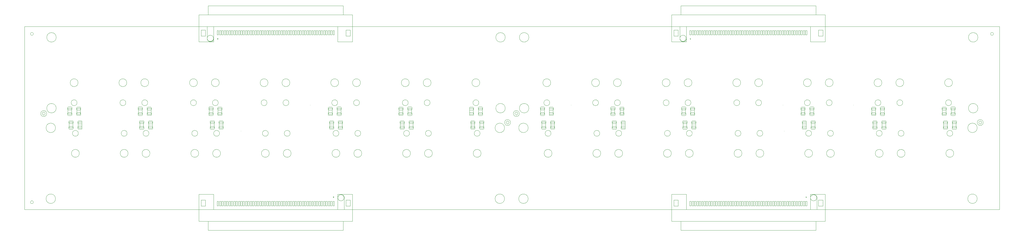
<source format=gbr>
%TF.GenerationSoftware,KiCad,Pcbnew,(7.0.0)*%
%TF.CreationDate,2023-07-13T12:21:55+02:00*%
%TF.ProjectId,Panelization,50616e65-6c69-47a6-9174-696f6e2e6b69,V1*%
%TF.SameCoordinates,PX2d4cae0PY73df160*%
%TF.FileFunction,AssemblyDrawing,Bot*%
%FSLAX46Y46*%
G04 Gerber Fmt 4.6, Leading zero omitted, Abs format (unit mm)*
G04 Created by KiCad (PCBNEW (7.0.0)) date 2023-07-13 12:21:55*
%MOMM*%
%LPD*%
G01*
G04 APERTURE LIST*
%ADD10C,0.100000*%
%ADD11C,0.200000*%
%ADD12C,0.100000*%
%TD*%
%TA.AperFunction,Profile*%
%ADD13C,0.100000*%
%TD*%
G04 APERTURE END LIST*
D10*
%TO.C,J7*%
X268500000Y-63500000D02*
X265360000Y-63500000D01*
X268500000Y-59500000D02*
X268500000Y-63500000D01*
X268500000Y-59500000D02*
X263500000Y-59500000D01*
X268500000Y-54300000D02*
X268500000Y-59500000D01*
X268500000Y-54300000D02*
X263500000Y-54300000D01*
X265360000Y-66500000D02*
X219640000Y-66500000D01*
X265360000Y-63500000D02*
X265360000Y-66500000D01*
X265360000Y-63500000D02*
X219640000Y-63500000D01*
X263500000Y-59500000D02*
X221500000Y-59500000D01*
X263500000Y-54300000D02*
X263500000Y-59500000D01*
X221500000Y-59500000D02*
X221500000Y-54300000D01*
X221500000Y-59500000D02*
X216500000Y-59500000D01*
X221500000Y-54300000D02*
X216500000Y-54300000D01*
X219640000Y-66500000D02*
X219640000Y-63500000D01*
X219640000Y-63500000D02*
X216500000Y-63500000D01*
X216500000Y-63500000D02*
X216500000Y-59500000D01*
X216500000Y-59500000D02*
X216500000Y-54300000D01*
D11*
X262200000Y-55300000D02*
G75*
G03*
X262200000Y-55300000I-100000J0D01*
G01*
D10*
X56500000Y6500000D02*
X59640000Y6500000D01*
X56500000Y2500000D02*
X56500000Y6500000D01*
X56500000Y2500000D02*
X61500000Y2500000D01*
X56500000Y-2700000D02*
X56500000Y2500000D01*
X56500000Y-2700000D02*
X61500000Y-2700000D01*
X59640000Y9500000D02*
X105360000Y9500000D01*
X59640000Y6500000D02*
X59640000Y9500000D01*
X59640000Y6500000D02*
X105360000Y6500000D01*
X61500000Y2500000D02*
X103500000Y2500000D01*
X61500000Y-2700000D02*
X61500000Y2500000D01*
X103500000Y2500000D02*
X103500000Y-2700000D01*
X103500000Y2500000D02*
X108500000Y2500000D01*
X103500000Y-2700000D02*
X108500000Y-2700000D01*
X105360000Y9500000D02*
X105360000Y6500000D01*
X105360000Y6500000D02*
X108500000Y6500000D01*
X108500000Y6500000D02*
X108500000Y2500000D01*
X108500000Y2500000D02*
X108500000Y-2700000D01*
D11*
X63000000Y-1700000D02*
G75*
G03*
X63000000Y-1700000I-100000J0D01*
G01*
D10*
X216500000Y6500000D02*
X219640000Y6500000D01*
X216500000Y2500000D02*
X216500000Y6500000D01*
X216500000Y2500000D02*
X221500000Y2500000D01*
X216500000Y-2700000D02*
X216500000Y2500000D01*
X216500000Y-2700000D02*
X221500000Y-2700000D01*
X219640000Y9500000D02*
X265360000Y9500000D01*
X219640000Y6500000D02*
X219640000Y9500000D01*
X219640000Y6500000D02*
X265360000Y6500000D01*
X221500000Y2500000D02*
X263500000Y2500000D01*
X221500000Y-2700000D02*
X221500000Y2500000D01*
X263500000Y2500000D02*
X263500000Y-2700000D01*
X263500000Y2500000D02*
X268500000Y2500000D01*
X263500000Y-2700000D02*
X268500000Y-2700000D01*
X265360000Y9500000D02*
X265360000Y6500000D01*
X265360000Y6500000D02*
X268500000Y6500000D01*
X268500000Y6500000D02*
X268500000Y2500000D01*
X268500000Y2500000D02*
X268500000Y-2700000D01*
D11*
X223000000Y-1700000D02*
G75*
G03*
X223000000Y-1700000I-100000J0D01*
G01*
D10*
X108500000Y-63500000D02*
X105360000Y-63500000D01*
X108500000Y-59500000D02*
X108500000Y-63500000D01*
X108500000Y-59500000D02*
X103500000Y-59500000D01*
X108500000Y-54300000D02*
X108500000Y-59500000D01*
X108500000Y-54300000D02*
X103500000Y-54300000D01*
X105360000Y-66500000D02*
X59640000Y-66500000D01*
X105360000Y-63500000D02*
X105360000Y-66500000D01*
X105360000Y-63500000D02*
X59640000Y-63500000D01*
X103500000Y-59500000D02*
X61500000Y-59500000D01*
X103500000Y-54300000D02*
X103500000Y-59500000D01*
X61500000Y-59500000D02*
X61500000Y-54300000D01*
X61500000Y-59500000D02*
X56500000Y-59500000D01*
X61500000Y-54300000D02*
X56500000Y-54300000D01*
X59640000Y-66500000D02*
X59640000Y-63500000D01*
X59640000Y-63500000D02*
X56500000Y-63500000D01*
X56500000Y-63500000D02*
X56500000Y-59500000D01*
X56500000Y-59500000D02*
X56500000Y-54300000D01*
D11*
X102200000Y-55300000D02*
G75*
G03*
X102200000Y-55300000I-100000J0D01*
G01*
D10*
%TO.C,R3*%
X100789000Y-31830000D02*
X102039000Y-31830000D01*
X102039000Y-31830000D02*
X102039000Y-29830000D01*
X100789000Y-29830000D02*
X100789000Y-31830000D01*
X102039000Y-29830000D02*
X100789000Y-29830000D01*
%TO.C,C11*%
X196493000Y-31830000D02*
X197743000Y-31830000D01*
X197743000Y-31830000D02*
X197743000Y-29830000D01*
X196493000Y-29830000D02*
X196493000Y-31830000D01*
X197743000Y-29830000D02*
X196493000Y-29830000D01*
%TO.C,C9*%
X103789000Y-31830000D02*
X105039000Y-31830000D01*
X105039000Y-31830000D02*
X105039000Y-29830000D01*
X103789000Y-29830000D02*
X103789000Y-31830000D01*
X105039000Y-29830000D02*
X103789000Y-29830000D01*
%TO.C,C12*%
X12595000Y-31830000D02*
X13845000Y-31830000D01*
X13845000Y-31830000D02*
X13845000Y-29830000D01*
X12595000Y-29830000D02*
X12595000Y-31830000D01*
X13845000Y-29830000D02*
X12595000Y-29830000D01*
%TO.C,C8*%
X287748000Y-31830000D02*
X288998000Y-31830000D01*
X288998000Y-31830000D02*
X288998000Y-29830000D01*
X287748000Y-29830000D02*
X287748000Y-31830000D01*
X288998000Y-29830000D02*
X287748000Y-29830000D01*
%TO.C,R6*%
X309405000Y-25170000D02*
X308155000Y-25170000D01*
X308155000Y-25170000D02*
X308155000Y-27170000D01*
X309405000Y-27170000D02*
X309405000Y-25170000D01*
X308155000Y-27170000D02*
X309405000Y-27170000D01*
%TO.C,REF_Bottom*%
X322011000Y-30019000D02*
G75*
G03*
X322011000Y-30019000I-1000000J0D01*
G01*
%TO.C,R3*%
X260789000Y-31830000D02*
X262039000Y-31830000D01*
X262039000Y-31830000D02*
X262039000Y-29830000D01*
X260789000Y-29830000D02*
X260789000Y-31830000D01*
X262039000Y-29830000D02*
X260789000Y-29830000D01*
%TO.C,R6*%
X175595000Y-31830000D02*
X176845000Y-31830000D01*
X176845000Y-31830000D02*
X176845000Y-29830000D01*
X175595000Y-29830000D02*
X175595000Y-31830000D01*
X176845000Y-29830000D02*
X175595000Y-29830000D01*
%TO.C,C9*%
X263789000Y-31830000D02*
X265039000Y-31830000D01*
X265039000Y-31830000D02*
X265039000Y-29830000D01*
X263789000Y-29830000D02*
X263789000Y-31830000D01*
X265039000Y-29830000D02*
X263789000Y-29830000D01*
%TO.C,R4*%
X63391000Y-31830000D02*
X64641000Y-31830000D01*
X64641000Y-31830000D02*
X64641000Y-29830000D01*
X63391000Y-29830000D02*
X63391000Y-31830000D01*
X64641000Y-29830000D02*
X63391000Y-29830000D01*
%TO.C,C8*%
X197252000Y-25170000D02*
X196002000Y-25170000D01*
X196002000Y-25170000D02*
X196002000Y-27170000D01*
X197252000Y-27170000D02*
X197252000Y-25170000D01*
X196002000Y-27170000D02*
X197252000Y-27170000D01*
%TO.C,R3*%
X64211000Y-25170000D02*
X62961000Y-25170000D01*
X62961000Y-25170000D02*
X62961000Y-27170000D01*
X64211000Y-27170000D02*
X64211000Y-25170000D01*
X62961000Y-27170000D02*
X64211000Y-27170000D01*
%TO.C,R4*%
X261609000Y-25170000D02*
X260359000Y-25170000D01*
X260359000Y-25170000D02*
X260359000Y-27170000D01*
X261609000Y-27170000D02*
X261609000Y-25170000D01*
X260359000Y-27170000D02*
X261609000Y-27170000D01*
%TO.C,C7*%
X311585000Y-31830000D02*
X312835000Y-31830000D01*
X312835000Y-31830000D02*
X312835000Y-29830000D01*
X311585000Y-29830000D02*
X311585000Y-31830000D01*
X312835000Y-29830000D02*
X311585000Y-29830000D01*
%TO.C,C10*%
X60391000Y-31830000D02*
X61641000Y-31830000D01*
X61641000Y-31830000D02*
X61641000Y-29830000D01*
X60391000Y-29830000D02*
X60391000Y-31830000D01*
X61641000Y-29830000D02*
X60391000Y-29830000D01*
%TO.C,REF_Bottom*%
X164989000Y-26981000D02*
G75*
G03*
X164989000Y-26981000I-1000000J0D01*
G01*
X4989000Y-26981000D02*
G75*
G03*
X4989000Y-26981000I-1000000J0D01*
G01*
%TO.C,R2*%
X284689000Y-31830000D02*
X285939000Y-31830000D01*
X285939000Y-31830000D02*
X285939000Y-29830000D01*
X284689000Y-29830000D02*
X284689000Y-31830000D01*
X285939000Y-29830000D02*
X284689000Y-29830000D01*
X40311000Y-25170000D02*
X39061000Y-25170000D01*
X39061000Y-25170000D02*
X39061000Y-27170000D01*
X40311000Y-27170000D02*
X40311000Y-25170000D01*
X39061000Y-27170000D02*
X40311000Y-27170000D01*
%TO.C,R1*%
X148585000Y-31830000D02*
X149835000Y-31830000D01*
X149835000Y-31830000D02*
X149835000Y-29830000D01*
X148585000Y-29830000D02*
X148585000Y-31830000D01*
X149835000Y-29830000D02*
X148585000Y-29830000D01*
%TO.C,C7*%
X13415000Y-25170000D02*
X12165000Y-25170000D01*
X12165000Y-25170000D02*
X12165000Y-27170000D01*
X13415000Y-27170000D02*
X13415000Y-25170000D01*
X12165000Y-27170000D02*
X13415000Y-27170000D01*
%TO.C,C8*%
X37252000Y-25170000D02*
X36002000Y-25170000D01*
X36002000Y-25170000D02*
X36002000Y-27170000D01*
X37252000Y-27170000D02*
X37252000Y-25170000D01*
X36002000Y-27170000D02*
X37252000Y-27170000D01*
%TO.C,C10*%
X264609000Y-25170000D02*
X263359000Y-25170000D01*
X263359000Y-25170000D02*
X263359000Y-27170000D01*
X264609000Y-27170000D02*
X264609000Y-25170000D01*
X263359000Y-27170000D02*
X264609000Y-27170000D01*
%TO.C,C11*%
X36493000Y-31830000D02*
X37743000Y-31830000D01*
X37743000Y-31830000D02*
X37743000Y-29830000D01*
X36493000Y-29830000D02*
X36493000Y-31830000D01*
X37743000Y-29830000D02*
X36493000Y-29830000D01*
%TO.C,R6*%
X149405000Y-25170000D02*
X148155000Y-25170000D01*
X148155000Y-25170000D02*
X148155000Y-27170000D01*
X149405000Y-27170000D02*
X149405000Y-25170000D01*
X148155000Y-27170000D02*
X149405000Y-27170000D01*
%TO.C,C8*%
X127748000Y-31830000D02*
X128998000Y-31830000D01*
X128998000Y-31830000D02*
X128998000Y-29830000D01*
X127748000Y-29830000D02*
X127748000Y-31830000D01*
X128998000Y-29830000D02*
X127748000Y-29830000D01*
%TO.C,C9*%
X221211000Y-25170000D02*
X219961000Y-25170000D01*
X219961000Y-25170000D02*
X219961000Y-27170000D01*
X221211000Y-27170000D02*
X221211000Y-25170000D01*
X219961000Y-27170000D02*
X221211000Y-27170000D01*
%TO.C,C12*%
X152405000Y-25170000D02*
X151155000Y-25170000D01*
X151155000Y-25170000D02*
X151155000Y-27170000D01*
X152405000Y-27170000D02*
X152405000Y-25170000D01*
X151155000Y-27170000D02*
X152405000Y-27170000D01*
%TO.C,C7*%
X151585000Y-31830000D02*
X152835000Y-31830000D01*
X152835000Y-31830000D02*
X152835000Y-29830000D01*
X151585000Y-29830000D02*
X151585000Y-31830000D01*
X152835000Y-29830000D02*
X151585000Y-29830000D01*
%TO.C,R4*%
X223391000Y-31830000D02*
X224641000Y-31830000D01*
X224641000Y-31830000D02*
X224641000Y-29830000D01*
X223391000Y-29830000D02*
X223391000Y-31830000D01*
X224641000Y-29830000D02*
X223391000Y-29830000D01*
%TO.C,R5*%
X125507000Y-25170000D02*
X124257000Y-25170000D01*
X124257000Y-25170000D02*
X124257000Y-27170000D01*
X125507000Y-27170000D02*
X125507000Y-25170000D01*
X124257000Y-27170000D02*
X125507000Y-27170000D01*
%TO.C,C7*%
X173415000Y-25170000D02*
X172165000Y-25170000D01*
X172165000Y-25170000D02*
X172165000Y-27170000D01*
X173415000Y-27170000D02*
X173415000Y-25170000D01*
X172165000Y-27170000D02*
X173415000Y-27170000D01*
%TO.C,C9*%
X61211000Y-25170000D02*
X59961000Y-25170000D01*
X59961000Y-25170000D02*
X59961000Y-27170000D01*
X61211000Y-27170000D02*
X61211000Y-25170000D01*
X59961000Y-27170000D02*
X61211000Y-27170000D01*
%TO.C,R1*%
X16415000Y-25170000D02*
X15165000Y-25170000D01*
X15165000Y-25170000D02*
X15165000Y-27170000D01*
X16415000Y-27170000D02*
X16415000Y-25170000D01*
X15165000Y-27170000D02*
X16415000Y-27170000D01*
%TO.C,C12*%
X312405000Y-25170000D02*
X311155000Y-25170000D01*
X311155000Y-25170000D02*
X311155000Y-27170000D01*
X312405000Y-27170000D02*
X312405000Y-25170000D01*
X311155000Y-27170000D02*
X312405000Y-27170000D01*
X172595000Y-31830000D02*
X173845000Y-31830000D01*
X173845000Y-31830000D02*
X173845000Y-29830000D01*
X172595000Y-29830000D02*
X172595000Y-31830000D01*
X173845000Y-29830000D02*
X172595000Y-29830000D01*
%TO.C,REF_Bottom*%
X162011000Y-30019000D02*
G75*
G03*
X162011000Y-30019000I-1000000J0D01*
G01*
%TO.C,R5*%
X285507000Y-25170000D02*
X284257000Y-25170000D01*
X284257000Y-25170000D02*
X284257000Y-27170000D01*
X285507000Y-27170000D02*
X285507000Y-25170000D01*
X284257000Y-27170000D02*
X285507000Y-27170000D01*
%TO.C,C11*%
X288507000Y-25170000D02*
X287257000Y-25170000D01*
X287257000Y-25170000D02*
X287257000Y-27170000D01*
X288507000Y-27170000D02*
X288507000Y-25170000D01*
X287257000Y-27170000D02*
X288507000Y-27170000D01*
%TO.C,C10*%
X220391000Y-31830000D02*
X221641000Y-31830000D01*
X221641000Y-31830000D02*
X221641000Y-29830000D01*
X220391000Y-29830000D02*
X220391000Y-31830000D01*
X221641000Y-29830000D02*
X220391000Y-29830000D01*
%TO.C,R5*%
X199493000Y-31830000D02*
X200743000Y-31830000D01*
X200743000Y-31830000D02*
X200743000Y-29830000D01*
X199493000Y-29830000D02*
X199493000Y-31830000D01*
X200743000Y-29830000D02*
X199493000Y-29830000D01*
%TO.C,R3*%
X224211000Y-25170000D02*
X222961000Y-25170000D01*
X222961000Y-25170000D02*
X222961000Y-27170000D01*
X224211000Y-27170000D02*
X224211000Y-25170000D01*
X222961000Y-27170000D02*
X224211000Y-27170000D01*
%TO.C,R1*%
X308585000Y-31830000D02*
X309835000Y-31830000D01*
X309835000Y-31830000D02*
X309835000Y-29830000D01*
X308585000Y-29830000D02*
X308585000Y-31830000D01*
X309835000Y-29830000D02*
X308585000Y-29830000D01*
X176415000Y-25170000D02*
X175165000Y-25170000D01*
X175165000Y-25170000D02*
X175165000Y-27170000D01*
X176415000Y-27170000D02*
X176415000Y-25170000D01*
X175165000Y-27170000D02*
X176415000Y-27170000D01*
%TO.C,C10*%
X104609000Y-25170000D02*
X103359000Y-25170000D01*
X103359000Y-25170000D02*
X103359000Y-27170000D01*
X104609000Y-27170000D02*
X104609000Y-25170000D01*
X103359000Y-27170000D02*
X104609000Y-27170000D01*
%TO.C,R6*%
X15595000Y-31830000D02*
X16845000Y-31830000D01*
X16845000Y-31830000D02*
X16845000Y-29830000D01*
X15595000Y-29830000D02*
X15595000Y-31830000D01*
X16845000Y-29830000D02*
X15595000Y-29830000D01*
%TO.C,R4*%
X101609000Y-25170000D02*
X100359000Y-25170000D01*
X100359000Y-25170000D02*
X100359000Y-27170000D01*
X101609000Y-27170000D02*
X101609000Y-25170000D01*
X100359000Y-27170000D02*
X101609000Y-27170000D01*
%TO.C,R5*%
X39493000Y-31830000D02*
X40743000Y-31830000D01*
X40743000Y-31830000D02*
X40743000Y-29830000D01*
X39493000Y-29830000D02*
X39493000Y-31830000D01*
X40743000Y-29830000D02*
X39493000Y-29830000D01*
%TO.C,R2*%
X200311000Y-25170000D02*
X199061000Y-25170000D01*
X199061000Y-25170000D02*
X199061000Y-27170000D01*
X200311000Y-27170000D02*
X200311000Y-25170000D01*
X199061000Y-27170000D02*
X200311000Y-27170000D01*
%TO.C,C11*%
X128507000Y-25170000D02*
X127257000Y-25170000D01*
X127257000Y-25170000D02*
X127257000Y-27170000D01*
X128507000Y-27170000D02*
X128507000Y-25170000D01*
X127257000Y-27170000D02*
X128507000Y-27170000D01*
%TO.C,R2*%
X124689000Y-31830000D02*
X125939000Y-31830000D01*
X125939000Y-31830000D02*
X125939000Y-29830000D01*
X124689000Y-29830000D02*
X124689000Y-31830000D01*
X125939000Y-29830000D02*
X124689000Y-29830000D01*
%TD*%
%TO.C,*%
X319980000Y-31830000D02*
G75*
G03*
X319980000Y-31830000I-1600000J0D01*
G01*
%TD*%
%TO.C,J5*%
X118132500Y-24100000D02*
G75*
G03*
X118132500Y-24100000I-500J0D01*
G01*
X111212000Y-16540000D02*
G75*
G03*
X111212000Y-16540000I-1330000J0D01*
G01*
X110873000Y-23320000D02*
G75*
G03*
X110873000Y-23320000I-991000J0D01*
G01*
X127373000Y-23320000D02*
G75*
G03*
X127373000Y-23320000I-991000J0D01*
G01*
X127712000Y-16540000D02*
G75*
G03*
X127712000Y-16540000I-1330000J0D01*
G01*
%TD*%
%TO.C,J4*%
X230766500Y-32900000D02*
G75*
G03*
X230766500Y-32900000I-500J0D01*
G01*
X240346000Y-40460000D02*
G75*
G03*
X240346000Y-40460000I-1330000J0D01*
G01*
X240007000Y-33680000D02*
G75*
G03*
X240007000Y-33680000I-991000J0D01*
G01*
X223507000Y-33680000D02*
G75*
G03*
X223507000Y-33680000I-991000J0D01*
G01*
X223846000Y-40460000D02*
G75*
G03*
X223846000Y-40460000I-1330000J0D01*
G01*
%TD*%
%TO.C,J2*%
X46436500Y-24099000D02*
G75*
G03*
X46436500Y-24099000I-500J0D01*
G01*
X39516000Y-16539000D02*
G75*
G03*
X39516000Y-16539000I-1330000J0D01*
G01*
X39177000Y-23319000D02*
G75*
G03*
X39177000Y-23319000I-991000J0D01*
G01*
X55677000Y-23319000D02*
G75*
G03*
X55677000Y-23319000I-991000J0D01*
G01*
X56016000Y-16539000D02*
G75*
G03*
X56016000Y-16539000I-1330000J0D01*
G01*
%TD*%
%TO.C,J2*%
X206436500Y-24099000D02*
G75*
G03*
X206436500Y-24099000I-500J0D01*
G01*
X199516000Y-16539000D02*
G75*
G03*
X199516000Y-16539000I-1330000J0D01*
G01*
X199177000Y-23319000D02*
G75*
G03*
X199177000Y-23319000I-991000J0D01*
G01*
X215677000Y-23319000D02*
G75*
G03*
X215677000Y-23319000I-991000J0D01*
G01*
X216016000Y-16539000D02*
G75*
G03*
X216016000Y-16539000I-1330000J0D01*
G01*
%TD*%
%TO.C,J1*%
X302460500Y-32900000D02*
G75*
G03*
X302460500Y-32900000I-500J0D01*
G01*
X312040000Y-40460000D02*
G75*
G03*
X312040000Y-40460000I-1330000J0D01*
G01*
X311701000Y-33680000D02*
G75*
G03*
X311701000Y-33680000I-991000J0D01*
G01*
X295201000Y-33680000D02*
G75*
G03*
X295201000Y-33680000I-991000J0D01*
G01*
X295540000Y-40460000D02*
G75*
G03*
X295540000Y-40460000I-1330000J0D01*
G01*
%TD*%
%TO.C,J1*%
X142460500Y-32900000D02*
G75*
G03*
X142460500Y-32900000I-500J0D01*
G01*
X152040000Y-40460000D02*
G75*
G03*
X152040000Y-40460000I-1330000J0D01*
G01*
X151701000Y-33680000D02*
G75*
G03*
X151701000Y-33680000I-991000J0D01*
G01*
X135201000Y-33680000D02*
G75*
G03*
X135201000Y-33680000I-991000J0D01*
G01*
X135540000Y-40460000D02*
G75*
G03*
X135540000Y-40460000I-1330000J0D01*
G01*
%TD*%
%TO.C,J6*%
X142030500Y-24100000D02*
G75*
G03*
X142030500Y-24100000I-500J0D01*
G01*
X135110000Y-16540000D02*
G75*
G03*
X135110000Y-16540000I-1330000J0D01*
G01*
X134771000Y-23320000D02*
G75*
G03*
X134771000Y-23320000I-991000J0D01*
G01*
X151271000Y-23320000D02*
G75*
G03*
X151271000Y-23320000I-991000J0D01*
G01*
X151610000Y-16540000D02*
G75*
G03*
X151610000Y-16540000I-1330000J0D01*
G01*
%TD*%
%TO.C,J7*%
X265660000Y-55500000D02*
G75*
G03*
X265660000Y-55500000I-1050000J0D01*
G01*
X261850000Y-56700000D02*
X261850000Y-58180000D01*
X262350000Y-58180000D01*
X262350000Y-56700000D01*
X261850000Y-56700000D01*
X261050000Y-56700000D02*
X261050000Y-58180000D01*
X261550000Y-58180000D01*
X261550000Y-56700000D01*
X261050000Y-56700000D01*
X260250000Y-56700000D02*
X260250000Y-58180000D01*
X260750000Y-58180000D01*
X260750000Y-56700000D01*
X260250000Y-56700000D01*
X259450000Y-56700000D02*
X259450000Y-58180000D01*
X259950000Y-58180000D01*
X259950000Y-56700000D01*
X259450000Y-56700000D01*
X258650000Y-56700000D02*
X258650000Y-58180000D01*
X259150000Y-58180000D01*
X259150000Y-56700000D01*
X258650000Y-56700000D01*
X257850000Y-56700000D02*
X257850000Y-58180000D01*
X258350000Y-58180000D01*
X258350000Y-56700000D01*
X257850000Y-56700000D01*
X257050000Y-56700000D02*
X257050000Y-58180000D01*
X257550000Y-58180000D01*
X257550000Y-56700000D01*
X257050000Y-56700000D01*
X256250000Y-56700000D02*
X256250000Y-58180000D01*
X256750000Y-58180000D01*
X256750000Y-56700000D01*
X256250000Y-56700000D01*
X255450000Y-56700000D02*
X255450000Y-58180000D01*
X255950000Y-58180000D01*
X255950000Y-56700000D01*
X255450000Y-56700000D01*
X254650000Y-56700000D02*
X254650000Y-58180000D01*
X255150000Y-58180000D01*
X255150000Y-56700000D01*
X254650000Y-56700000D01*
X253850000Y-56700000D02*
X253850000Y-58180000D01*
X254350000Y-58180000D01*
X254350000Y-56700000D01*
X253850000Y-56700000D01*
X253050000Y-56700000D02*
X253050000Y-58180000D01*
X253550000Y-58180000D01*
X253550000Y-56700000D01*
X253050000Y-56700000D01*
X252250000Y-56700000D02*
X252250000Y-58180000D01*
X252750000Y-58180000D01*
X252750000Y-56700000D01*
X252250000Y-56700000D01*
X251450000Y-56700000D02*
X251450000Y-58180000D01*
X251950000Y-58180000D01*
X251950000Y-56700000D01*
X251450000Y-56700000D01*
X250650000Y-56700000D02*
X250650000Y-58180000D01*
X251150000Y-58180000D01*
X251150000Y-56700000D01*
X250650000Y-56700000D01*
X249850000Y-56700000D02*
X249850000Y-58180000D01*
X250350000Y-58180000D01*
X250350000Y-56700000D01*
X249850000Y-56700000D01*
X249050000Y-56700000D02*
X249050000Y-58180000D01*
X249550000Y-58180000D01*
X249550000Y-56700000D01*
X249050000Y-56700000D01*
X248250000Y-56700000D02*
X248250000Y-58180000D01*
X248750000Y-58180000D01*
X248750000Y-56700000D01*
X248250000Y-56700000D01*
X247450000Y-56700000D02*
X247450000Y-58180000D01*
X247950000Y-58180000D01*
X247950000Y-56700000D01*
X247450000Y-56700000D01*
X246650000Y-56700000D02*
X246650000Y-58180000D01*
X247150000Y-58180000D01*
X247150000Y-56700000D01*
X246650000Y-56700000D01*
X245850000Y-56700000D02*
X245850000Y-58180000D01*
X246350000Y-58180000D01*
X246350000Y-56700000D01*
X245850000Y-56700000D01*
X245050000Y-56700000D02*
X245050000Y-58180000D01*
X245550000Y-58180000D01*
X245550000Y-56700000D01*
X245050000Y-56700000D01*
X244250000Y-56700000D02*
X244250000Y-58180000D01*
X244750000Y-58180000D01*
X244750000Y-56700000D01*
X244250000Y-56700000D01*
X243450000Y-56700000D02*
X243450000Y-58180000D01*
X243950000Y-58180000D01*
X243950000Y-56700000D01*
X243450000Y-56700000D01*
X242650000Y-56700000D02*
X242650000Y-58180000D01*
X243150000Y-58180000D01*
X243150000Y-56700000D01*
X242650000Y-56700000D01*
X241850000Y-56700000D02*
X241850000Y-58180000D01*
X242350000Y-58180000D01*
X242350000Y-56700000D01*
X241850000Y-56700000D01*
X241050000Y-56700000D02*
X241050000Y-58180000D01*
X241550000Y-58180000D01*
X241550000Y-56700000D01*
X241050000Y-56700000D01*
X240250000Y-56700000D02*
X240250000Y-58180000D01*
X240750000Y-58180000D01*
X240750000Y-56700000D01*
X240250000Y-56700000D01*
X239450000Y-56700000D02*
X239450000Y-58180000D01*
X239950000Y-58180000D01*
X239950000Y-56700000D01*
X239450000Y-56700000D01*
X238650000Y-56700000D02*
X238650000Y-58180000D01*
X239150000Y-58180000D01*
X239150000Y-56700000D01*
X238650000Y-56700000D01*
X237850000Y-56700000D02*
X237850000Y-58180000D01*
X238350000Y-58180000D01*
X238350000Y-56700000D01*
X237850000Y-56700000D01*
X237050000Y-56700000D02*
X237050000Y-58180000D01*
X237550000Y-58180000D01*
X237550000Y-56700000D01*
X237050000Y-56700000D01*
X236250000Y-56700000D02*
X236250000Y-58180000D01*
X236750000Y-58180000D01*
X236750000Y-56700000D01*
X236250000Y-56700000D01*
X235450000Y-56700000D02*
X235450000Y-58180000D01*
X235950000Y-58180000D01*
X235950000Y-56700000D01*
X235450000Y-56700000D01*
X234650000Y-56700000D02*
X234650000Y-58180000D01*
X235150000Y-58180000D01*
X235150000Y-56700000D01*
X234650000Y-56700000D01*
X233850000Y-56700000D02*
X233850000Y-58180000D01*
X234350000Y-58180000D01*
X234350000Y-56700000D01*
X233850000Y-56700000D01*
X233050000Y-56700000D02*
X233050000Y-58180000D01*
X233550000Y-58180000D01*
X233550000Y-56700000D01*
X233050000Y-56700000D01*
X232250000Y-56700000D02*
X232250000Y-58180000D01*
X232750000Y-58180000D01*
X232750000Y-56700000D01*
X232250000Y-56700000D01*
X231450000Y-56700000D02*
X231450000Y-58180000D01*
X231950000Y-58180000D01*
X231950000Y-56700000D01*
X231450000Y-56700000D01*
X230650000Y-56700000D02*
X230650000Y-58180000D01*
X231150000Y-58180000D01*
X231150000Y-56700000D01*
X230650000Y-56700000D01*
X229850000Y-56700000D02*
X229850000Y-58180000D01*
X230350000Y-58180000D01*
X230350000Y-56700000D01*
X229850000Y-56700000D01*
X229050000Y-56700000D02*
X229050000Y-58180000D01*
X229550000Y-58180000D01*
X229550000Y-56700000D01*
X229050000Y-56700000D01*
X228250000Y-56700000D02*
X228250000Y-58180000D01*
X228750000Y-58180000D01*
X228750000Y-56700000D01*
X228250000Y-56700000D01*
X227450000Y-56700000D02*
X227450000Y-58180000D01*
X227950000Y-58180000D01*
X227950000Y-56700000D01*
X227450000Y-56700000D01*
X226650000Y-56700000D02*
X226650000Y-58180000D01*
X227150000Y-58180000D01*
X227150000Y-56700000D01*
X226650000Y-56700000D01*
X225850000Y-56700000D02*
X225850000Y-58180000D01*
X226350000Y-58180000D01*
X226350000Y-56700000D01*
X225850000Y-56700000D01*
X225050000Y-56700000D02*
X225050000Y-58180000D01*
X225550000Y-58180000D01*
X225550000Y-56700000D01*
X225050000Y-56700000D01*
X224250000Y-56700000D02*
X224250000Y-58180000D01*
X224750000Y-58180000D01*
X224750000Y-56700000D01*
X224250000Y-56700000D01*
X223450000Y-56700000D02*
X223450000Y-58180000D01*
X223950000Y-58180000D01*
X223950000Y-56700000D01*
X223450000Y-56700000D01*
X222650000Y-56700000D02*
X222650000Y-58180000D01*
X223150000Y-58180000D01*
X223150000Y-56700000D01*
X222650000Y-56700000D01*
X266250000Y-56300000D02*
X266250000Y-58300000D01*
X267750000Y-58300000D01*
X267750000Y-56300000D01*
X266250000Y-56300000D01*
X217250000Y-56300000D02*
X217250000Y-58300000D01*
X218750000Y-58300000D01*
X218750000Y-56300000D01*
X217250000Y-56300000D01*
%TD*%
%TO.C,J7*%
X61440000Y-1500000D02*
G75*
G03*
X61440000Y-1500000I-1050000J0D01*
G01*
X62650000Y1180000D02*
X62650000Y-300000D01*
X63150000Y-300000D01*
X63150000Y1180000D01*
X62650000Y1180000D01*
X63450000Y1180000D02*
X63450000Y-300000D01*
X63950000Y-300000D01*
X63950000Y1180000D01*
X63450000Y1180000D01*
X64250000Y1180000D02*
X64250000Y-300000D01*
X64750000Y-300000D01*
X64750000Y1180000D01*
X64250000Y1180000D01*
X65050000Y1180000D02*
X65050000Y-300000D01*
X65550000Y-300000D01*
X65550000Y1180000D01*
X65050000Y1180000D01*
X65850000Y1180000D02*
X65850000Y-300000D01*
X66350000Y-300000D01*
X66350000Y1180000D01*
X65850000Y1180000D01*
X66650000Y1180000D02*
X66650000Y-300000D01*
X67150000Y-300000D01*
X67150000Y1180000D01*
X66650000Y1180000D01*
X67450000Y1180000D02*
X67450000Y-300000D01*
X67950000Y-300000D01*
X67950000Y1180000D01*
X67450000Y1180000D01*
X68250000Y1180000D02*
X68250000Y-300000D01*
X68750000Y-300000D01*
X68750000Y1180000D01*
X68250000Y1180000D01*
X69050000Y1180000D02*
X69050000Y-300000D01*
X69550000Y-300000D01*
X69550000Y1180000D01*
X69050000Y1180000D01*
X69850000Y1180000D02*
X69850000Y-300000D01*
X70350000Y-300000D01*
X70350000Y1180000D01*
X69850000Y1180000D01*
X70650000Y1180000D02*
X70650000Y-300000D01*
X71150000Y-300000D01*
X71150000Y1180000D01*
X70650000Y1180000D01*
X71450000Y1180000D02*
X71450000Y-300000D01*
X71950000Y-300000D01*
X71950000Y1180000D01*
X71450000Y1180000D01*
X72250000Y1180000D02*
X72250000Y-300000D01*
X72750000Y-300000D01*
X72750000Y1180000D01*
X72250000Y1180000D01*
X73050000Y1180000D02*
X73050000Y-300000D01*
X73550000Y-300000D01*
X73550000Y1180000D01*
X73050000Y1180000D01*
X73850000Y1180000D02*
X73850000Y-300000D01*
X74350000Y-300000D01*
X74350000Y1180000D01*
X73850000Y1180000D01*
X74650000Y1180000D02*
X74650000Y-300000D01*
X75150000Y-300000D01*
X75150000Y1180000D01*
X74650000Y1180000D01*
X75450000Y1180000D02*
X75450000Y-300000D01*
X75950000Y-300000D01*
X75950000Y1180000D01*
X75450000Y1180000D01*
X76250000Y1180000D02*
X76250000Y-300000D01*
X76750000Y-300000D01*
X76750000Y1180000D01*
X76250000Y1180000D01*
X77050000Y1180000D02*
X77050000Y-300000D01*
X77550000Y-300000D01*
X77550000Y1180000D01*
X77050000Y1180000D01*
X77850000Y1180000D02*
X77850000Y-300000D01*
X78350000Y-300000D01*
X78350000Y1180000D01*
X77850000Y1180000D01*
X78650000Y1180000D02*
X78650000Y-300000D01*
X79150000Y-300000D01*
X79150000Y1180000D01*
X78650000Y1180000D01*
X79450000Y1180000D02*
X79450000Y-300000D01*
X79950000Y-300000D01*
X79950000Y1180000D01*
X79450000Y1180000D01*
X80250000Y1180000D02*
X80250000Y-300000D01*
X80750000Y-300000D01*
X80750000Y1180000D01*
X80250000Y1180000D01*
X81050000Y1180000D02*
X81050000Y-300000D01*
X81550000Y-300000D01*
X81550000Y1180000D01*
X81050000Y1180000D01*
X81850000Y1180000D02*
X81850000Y-300000D01*
X82350000Y-300000D01*
X82350000Y1180000D01*
X81850000Y1180000D01*
X82650000Y1180000D02*
X82650000Y-300000D01*
X83150000Y-300000D01*
X83150000Y1180000D01*
X82650000Y1180000D01*
X83450000Y1180000D02*
X83450000Y-300000D01*
X83950000Y-300000D01*
X83950000Y1180000D01*
X83450000Y1180000D01*
X84250000Y1180000D02*
X84250000Y-300000D01*
X84750000Y-300000D01*
X84750000Y1180000D01*
X84250000Y1180000D01*
X85050000Y1180000D02*
X85050000Y-300000D01*
X85550000Y-300000D01*
X85550000Y1180000D01*
X85050000Y1180000D01*
X85850000Y1180000D02*
X85850000Y-300000D01*
X86350000Y-300000D01*
X86350000Y1180000D01*
X85850000Y1180000D01*
X86650000Y1180000D02*
X86650000Y-300000D01*
X87150000Y-300000D01*
X87150000Y1180000D01*
X86650000Y1180000D01*
X87450000Y1180000D02*
X87450000Y-300000D01*
X87950000Y-300000D01*
X87950000Y1180000D01*
X87450000Y1180000D01*
X88250000Y1180000D02*
X88250000Y-300000D01*
X88750000Y-300000D01*
X88750000Y1180000D01*
X88250000Y1180000D01*
X89050000Y1180000D02*
X89050000Y-300000D01*
X89550000Y-300000D01*
X89550000Y1180000D01*
X89050000Y1180000D01*
X89850000Y1180000D02*
X89850000Y-300000D01*
X90350000Y-300000D01*
X90350000Y1180000D01*
X89850000Y1180000D01*
X90650000Y1180000D02*
X90650000Y-300000D01*
X91150000Y-300000D01*
X91150000Y1180000D01*
X90650000Y1180000D01*
X91450000Y1180000D02*
X91450000Y-300000D01*
X91950000Y-300000D01*
X91950000Y1180000D01*
X91450000Y1180000D01*
X92250000Y1180000D02*
X92250000Y-300000D01*
X92750000Y-300000D01*
X92750000Y1180000D01*
X92250000Y1180000D01*
X93050000Y1180000D02*
X93050000Y-300000D01*
X93550000Y-300000D01*
X93550000Y1180000D01*
X93050000Y1180000D01*
X93850000Y1180000D02*
X93850000Y-300000D01*
X94350000Y-300000D01*
X94350000Y1180000D01*
X93850000Y1180000D01*
X94650000Y1180000D02*
X94650000Y-300000D01*
X95150000Y-300000D01*
X95150000Y1180000D01*
X94650000Y1180000D01*
X95450000Y1180000D02*
X95450000Y-300000D01*
X95950000Y-300000D01*
X95950000Y1180000D01*
X95450000Y1180000D01*
X96250000Y1180000D02*
X96250000Y-300000D01*
X96750000Y-300000D01*
X96750000Y1180000D01*
X96250000Y1180000D01*
X97050000Y1180000D02*
X97050000Y-300000D01*
X97550000Y-300000D01*
X97550000Y1180000D01*
X97050000Y1180000D01*
X97850000Y1180000D02*
X97850000Y-300000D01*
X98350000Y-300000D01*
X98350000Y1180000D01*
X97850000Y1180000D01*
X98650000Y1180000D02*
X98650000Y-300000D01*
X99150000Y-300000D01*
X99150000Y1180000D01*
X98650000Y1180000D01*
X99450000Y1180000D02*
X99450000Y-300000D01*
X99950000Y-300000D01*
X99950000Y1180000D01*
X99450000Y1180000D01*
X100250000Y1180000D02*
X100250000Y-300000D01*
X100750000Y-300000D01*
X100750000Y1180000D01*
X100250000Y1180000D01*
X101050000Y1180000D02*
X101050000Y-300000D01*
X101550000Y-300000D01*
X101550000Y1180000D01*
X101050000Y1180000D01*
X101850000Y1180000D02*
X101850000Y-300000D01*
X102350000Y-300000D01*
X102350000Y1180000D01*
X101850000Y1180000D01*
X57250000Y1300000D02*
X57250000Y-700000D01*
X58750000Y-700000D01*
X58750000Y1300000D01*
X57250000Y1300000D01*
X106250000Y1300000D02*
X106250000Y-700000D01*
X107750000Y-700000D01*
X107750000Y1300000D01*
X106250000Y1300000D01*
%TD*%
%TO.C,*%
X7980000Y-55830000D02*
G75*
G03*
X7980000Y-55830000I-1600000J0D01*
G01*
%TD*%
%TO.C,*%
X319980000Y-55830000D02*
G75*
G03*
X319980000Y-55830000I-1600000J0D01*
G01*
%TD*%
%TO.C,*%
X168220000Y-25170000D02*
G75*
G03*
X168220000Y-25170000I-1600000J0D01*
G01*
%TD*%
%TO.C,J4*%
X70766500Y-32900000D02*
G75*
G03*
X70766500Y-32900000I-500J0D01*
G01*
X80346000Y-40460000D02*
G75*
G03*
X80346000Y-40460000I-1330000J0D01*
G01*
X80007000Y-33680000D02*
G75*
G03*
X80007000Y-33680000I-991000J0D01*
G01*
X63507000Y-33680000D02*
G75*
G03*
X63507000Y-33680000I-991000J0D01*
G01*
X63846000Y-40460000D02*
G75*
G03*
X63846000Y-40460000I-1330000J0D01*
G01*
%TD*%
%TO.C,*%
X320220000Y-25170000D02*
G75*
G03*
X320220000Y-25170000I-1600000J0D01*
G01*
%TD*%
%TO.C,*%
X8220000Y-25170000D02*
G75*
G03*
X8220000Y-25170000I-1600000J0D01*
G01*
%TD*%
%TO.C,J6*%
X302030500Y-24100000D02*
G75*
G03*
X302030500Y-24100000I-500J0D01*
G01*
X295110000Y-16540000D02*
G75*
G03*
X295110000Y-16540000I-1330000J0D01*
G01*
X294771000Y-23320000D02*
G75*
G03*
X294771000Y-23320000I-991000J0D01*
G01*
X311271000Y-23320000D02*
G75*
G03*
X311271000Y-23320000I-991000J0D01*
G01*
X311610000Y-16540000D02*
G75*
G03*
X311610000Y-16540000I-1330000J0D01*
G01*
%TD*%
%TO.C,J1*%
X182540500Y-24100000D02*
G75*
G03*
X182540500Y-24100000I-500J0D01*
G01*
X175620000Y-16540000D02*
G75*
G03*
X175620000Y-16540000I-1330000J0D01*
G01*
X175281000Y-23320000D02*
G75*
G03*
X175281000Y-23320000I-991000J0D01*
G01*
X191781000Y-23320000D02*
G75*
G03*
X191781000Y-23320000I-991000J0D01*
G01*
X192120000Y-16540000D02*
G75*
G03*
X192120000Y-16540000I-1330000J0D01*
G01*
%TD*%
%TO.C,*%
X159980000Y-31830000D02*
G75*
G03*
X159980000Y-31830000I-1600000J0D01*
G01*
%TD*%
%TO.C,J5*%
X278132500Y-24100000D02*
G75*
G03*
X278132500Y-24100000I-500J0D01*
G01*
X271212000Y-16540000D02*
G75*
G03*
X271212000Y-16540000I-1330000J0D01*
G01*
X270873000Y-23320000D02*
G75*
G03*
X270873000Y-23320000I-991000J0D01*
G01*
X287373000Y-23320000D02*
G75*
G03*
X287373000Y-23320000I-991000J0D01*
G01*
X287712000Y-16540000D02*
G75*
G03*
X287712000Y-16540000I-1330000J0D01*
G01*
%TD*%
%TO.C,J3*%
X254664500Y-32900000D02*
G75*
G03*
X254664500Y-32900000I-500J0D01*
G01*
X264244000Y-40460000D02*
G75*
G03*
X264244000Y-40460000I-1330000J0D01*
G01*
X263905000Y-33680000D02*
G75*
G03*
X263905000Y-33680000I-991000J0D01*
G01*
X247405000Y-33680000D02*
G75*
G03*
X247405000Y-33680000I-991000J0D01*
G01*
X247744000Y-40460000D02*
G75*
G03*
X247744000Y-40460000I-1330000J0D01*
G01*
%TD*%
%TO.C,J4*%
X94234500Y-24100000D02*
G75*
G03*
X94234500Y-24100000I-500J0D01*
G01*
X87314000Y-16540000D02*
G75*
G03*
X87314000Y-16540000I-1330000J0D01*
G01*
X86975000Y-23320000D02*
G75*
G03*
X86975000Y-23320000I-991000J0D01*
G01*
X103475000Y-23320000D02*
G75*
G03*
X103475000Y-23320000I-991000J0D01*
G01*
X103814000Y-16540000D02*
G75*
G03*
X103814000Y-16540000I-1330000J0D01*
G01*
%TD*%
%TO.C,J4*%
X254234500Y-24100000D02*
G75*
G03*
X254234500Y-24100000I-500J0D01*
G01*
X247314000Y-16540000D02*
G75*
G03*
X247314000Y-16540000I-1330000J0D01*
G01*
X246975000Y-23320000D02*
G75*
G03*
X246975000Y-23320000I-991000J0D01*
G01*
X263475000Y-23320000D02*
G75*
G03*
X263475000Y-23320000I-991000J0D01*
G01*
X263814000Y-16540000D02*
G75*
G03*
X263814000Y-16540000I-1330000J0D01*
G01*
%TD*%
%TO.C,*%
X168220000Y-1170000D02*
G75*
G03*
X168220000Y-1170000I-1600000J0D01*
G01*
%TD*%
%TO.C,*%
X160220000Y-1170000D02*
G75*
G03*
X160220000Y-1170000I-1600000J0D01*
G01*
%TD*%
%TO.C,J6*%
X182970500Y-32900000D02*
G75*
G03*
X182970500Y-32900000I-500J0D01*
G01*
X192550000Y-40460000D02*
G75*
G03*
X192550000Y-40460000I-1330000J0D01*
G01*
X192211000Y-33680000D02*
G75*
G03*
X192211000Y-33680000I-991000J0D01*
G01*
X175711000Y-33680000D02*
G75*
G03*
X175711000Y-33680000I-991000J0D01*
G01*
X176050000Y-40460000D02*
G75*
G03*
X176050000Y-40460000I-1330000J0D01*
G01*
%TD*%
%TO.C,*%
X159980000Y-55830000D02*
G75*
G03*
X159980000Y-55830000I-1600000J0D01*
G01*
%TD*%
%TO.C,J7*%
X221440000Y-1500000D02*
G75*
G03*
X221440000Y-1500000I-1050000J0D01*
G01*
X222650000Y1180000D02*
X222650000Y-300000D01*
X223150000Y-300000D01*
X223150000Y1180000D01*
X222650000Y1180000D01*
X223450000Y1180000D02*
X223450000Y-300000D01*
X223950000Y-300000D01*
X223950000Y1180000D01*
X223450000Y1180000D01*
X224250000Y1180000D02*
X224250000Y-300000D01*
X224750000Y-300000D01*
X224750000Y1180000D01*
X224250000Y1180000D01*
X225050000Y1180000D02*
X225050000Y-300000D01*
X225550000Y-300000D01*
X225550000Y1180000D01*
X225050000Y1180000D01*
X225850000Y1180000D02*
X225850000Y-300000D01*
X226350000Y-300000D01*
X226350000Y1180000D01*
X225850000Y1180000D01*
X226650000Y1180000D02*
X226650000Y-300000D01*
X227150000Y-300000D01*
X227150000Y1180000D01*
X226650000Y1180000D01*
X227450000Y1180000D02*
X227450000Y-300000D01*
X227950000Y-300000D01*
X227950000Y1180000D01*
X227450000Y1180000D01*
X228250000Y1180000D02*
X228250000Y-300000D01*
X228750000Y-300000D01*
X228750000Y1180000D01*
X228250000Y1180000D01*
X229050000Y1180000D02*
X229050000Y-300000D01*
X229550000Y-300000D01*
X229550000Y1180000D01*
X229050000Y1180000D01*
X229850000Y1180000D02*
X229850000Y-300000D01*
X230350000Y-300000D01*
X230350000Y1180000D01*
X229850000Y1180000D01*
X230650000Y1180000D02*
X230650000Y-300000D01*
X231150000Y-300000D01*
X231150000Y1180000D01*
X230650000Y1180000D01*
X231450000Y1180000D02*
X231450000Y-300000D01*
X231950000Y-300000D01*
X231950000Y1180000D01*
X231450000Y1180000D01*
X232250000Y1180000D02*
X232250000Y-300000D01*
X232750000Y-300000D01*
X232750000Y1180000D01*
X232250000Y1180000D01*
X233050000Y1180000D02*
X233050000Y-300000D01*
X233550000Y-300000D01*
X233550000Y1180000D01*
X233050000Y1180000D01*
X233850000Y1180000D02*
X233850000Y-300000D01*
X234350000Y-300000D01*
X234350000Y1180000D01*
X233850000Y1180000D01*
X234650000Y1180000D02*
X234650000Y-300000D01*
X235150000Y-300000D01*
X235150000Y1180000D01*
X234650000Y1180000D01*
X235450000Y1180000D02*
X235450000Y-300000D01*
X235950000Y-300000D01*
X235950000Y1180000D01*
X235450000Y1180000D01*
X236250000Y1180000D02*
X236250000Y-300000D01*
X236750000Y-300000D01*
X236750000Y1180000D01*
X236250000Y1180000D01*
X237050000Y1180000D02*
X237050000Y-300000D01*
X237550000Y-300000D01*
X237550000Y1180000D01*
X237050000Y1180000D01*
X237850000Y1180000D02*
X237850000Y-300000D01*
X238350000Y-300000D01*
X238350000Y1180000D01*
X237850000Y1180000D01*
X238650000Y1180000D02*
X238650000Y-300000D01*
X239150000Y-300000D01*
X239150000Y1180000D01*
X238650000Y1180000D01*
X239450000Y1180000D02*
X239450000Y-300000D01*
X239950000Y-300000D01*
X239950000Y1180000D01*
X239450000Y1180000D01*
X240250000Y1180000D02*
X240250000Y-300000D01*
X240750000Y-300000D01*
X240750000Y1180000D01*
X240250000Y1180000D01*
X241050000Y1180000D02*
X241050000Y-300000D01*
X241550000Y-300000D01*
X241550000Y1180000D01*
X241050000Y1180000D01*
X241850000Y1180000D02*
X241850000Y-300000D01*
X242350000Y-300000D01*
X242350000Y1180000D01*
X241850000Y1180000D01*
X242650000Y1180000D02*
X242650000Y-300000D01*
X243150000Y-300000D01*
X243150000Y1180000D01*
X242650000Y1180000D01*
X243450000Y1180000D02*
X243450000Y-300000D01*
X243950000Y-300000D01*
X243950000Y1180000D01*
X243450000Y1180000D01*
X244250000Y1180000D02*
X244250000Y-300000D01*
X244750000Y-300000D01*
X244750000Y1180000D01*
X244250000Y1180000D01*
X245050000Y1180000D02*
X245050000Y-300000D01*
X245550000Y-300000D01*
X245550000Y1180000D01*
X245050000Y1180000D01*
X245850000Y1180000D02*
X245850000Y-300000D01*
X246350000Y-300000D01*
X246350000Y1180000D01*
X245850000Y1180000D01*
X246650000Y1180000D02*
X246650000Y-300000D01*
X247150000Y-300000D01*
X247150000Y1180000D01*
X246650000Y1180000D01*
X247450000Y1180000D02*
X247450000Y-300000D01*
X247950000Y-300000D01*
X247950000Y1180000D01*
X247450000Y1180000D01*
X248250000Y1180000D02*
X248250000Y-300000D01*
X248750000Y-300000D01*
X248750000Y1180000D01*
X248250000Y1180000D01*
X249050000Y1180000D02*
X249050000Y-300000D01*
X249550000Y-300000D01*
X249550000Y1180000D01*
X249050000Y1180000D01*
X249850000Y1180000D02*
X249850000Y-300000D01*
X250350000Y-300000D01*
X250350000Y1180000D01*
X249850000Y1180000D01*
X250650000Y1180000D02*
X250650000Y-300000D01*
X251150000Y-300000D01*
X251150000Y1180000D01*
X250650000Y1180000D01*
X251450000Y1180000D02*
X251450000Y-300000D01*
X251950000Y-300000D01*
X251950000Y1180000D01*
X251450000Y1180000D01*
X252250000Y1180000D02*
X252250000Y-300000D01*
X252750000Y-300000D01*
X252750000Y1180000D01*
X252250000Y1180000D01*
X253050000Y1180000D02*
X253050000Y-300000D01*
X253550000Y-300000D01*
X253550000Y1180000D01*
X253050000Y1180000D01*
X253850000Y1180000D02*
X253850000Y-300000D01*
X254350000Y-300000D01*
X254350000Y1180000D01*
X253850000Y1180000D01*
X254650000Y1180000D02*
X254650000Y-300000D01*
X255150000Y-300000D01*
X255150000Y1180000D01*
X254650000Y1180000D01*
X255450000Y1180000D02*
X255450000Y-300000D01*
X255950000Y-300000D01*
X255950000Y1180000D01*
X255450000Y1180000D01*
X256250000Y1180000D02*
X256250000Y-300000D01*
X256750000Y-300000D01*
X256750000Y1180000D01*
X256250000Y1180000D01*
X257050000Y1180000D02*
X257050000Y-300000D01*
X257550000Y-300000D01*
X257550000Y1180000D01*
X257050000Y1180000D01*
X257850000Y1180000D02*
X257850000Y-300000D01*
X258350000Y-300000D01*
X258350000Y1180000D01*
X257850000Y1180000D01*
X258650000Y1180000D02*
X258650000Y-300000D01*
X259150000Y-300000D01*
X259150000Y1180000D01*
X258650000Y1180000D01*
X259450000Y1180000D02*
X259450000Y-300000D01*
X259950000Y-300000D01*
X259950000Y1180000D01*
X259450000Y1180000D01*
X260250000Y1180000D02*
X260250000Y-300000D01*
X260750000Y-300000D01*
X260750000Y1180000D01*
X260250000Y1180000D01*
X261050000Y1180000D02*
X261050000Y-300000D01*
X261550000Y-300000D01*
X261550000Y1180000D01*
X261050000Y1180000D01*
X261850000Y1180000D02*
X261850000Y-300000D01*
X262350000Y-300000D01*
X262350000Y1180000D01*
X261850000Y1180000D01*
X217250000Y1300000D02*
X217250000Y-700000D01*
X218750000Y-700000D01*
X218750000Y1300000D01*
X217250000Y1300000D01*
X266250000Y1300000D02*
X266250000Y-700000D01*
X267750000Y-700000D01*
X267750000Y1300000D01*
X266250000Y1300000D01*
%TD*%
%TO.C,J5*%
X46868500Y-32900000D02*
G75*
G03*
X46868500Y-32900000I-500J0D01*
G01*
X56448000Y-40460000D02*
G75*
G03*
X56448000Y-40460000I-1330000J0D01*
G01*
X56109000Y-33680000D02*
G75*
G03*
X56109000Y-33680000I-991000J0D01*
G01*
X39609000Y-33680000D02*
G75*
G03*
X39609000Y-33680000I-991000J0D01*
G01*
X39948000Y-40460000D02*
G75*
G03*
X39948000Y-40460000I-1330000J0D01*
G01*
%TD*%
%TO.C,J5*%
X206868500Y-32900000D02*
G75*
G03*
X206868500Y-32900000I-500J0D01*
G01*
X216448000Y-40460000D02*
G75*
G03*
X216448000Y-40460000I-1330000J0D01*
G01*
X216109000Y-33680000D02*
G75*
G03*
X216109000Y-33680000I-991000J0D01*
G01*
X199609000Y-33680000D02*
G75*
G03*
X199609000Y-33680000I-991000J0D01*
G01*
X199948000Y-40460000D02*
G75*
G03*
X199948000Y-40460000I-1330000J0D01*
G01*
%TD*%
%TO.C,*%
X167980000Y-31830000D02*
G75*
G03*
X167980000Y-31830000I-1600000J0D01*
G01*
%TD*%
%TO.C,*%
X8220000Y-1170000D02*
G75*
G03*
X8220000Y-1170000I-1600000J0D01*
G01*
%TD*%
%TO.C,J3*%
X230336500Y-24100000D02*
G75*
G03*
X230336500Y-24100000I-500J0D01*
G01*
X223416000Y-16540000D02*
G75*
G03*
X223416000Y-16540000I-1330000J0D01*
G01*
X223077000Y-23320000D02*
G75*
G03*
X223077000Y-23320000I-991000J0D01*
G01*
X239577000Y-23320000D02*
G75*
G03*
X239577000Y-23320000I-991000J0D01*
G01*
X239916000Y-16540000D02*
G75*
G03*
X239916000Y-16540000I-1330000J0D01*
G01*
%TD*%
%TO.C,J6*%
X22970500Y-32900000D02*
G75*
G03*
X22970500Y-32900000I-500J0D01*
G01*
X32550000Y-40460000D02*
G75*
G03*
X32550000Y-40460000I-1330000J0D01*
G01*
X32211000Y-33680000D02*
G75*
G03*
X32211000Y-33680000I-991000J0D01*
G01*
X15711000Y-33680000D02*
G75*
G03*
X15711000Y-33680000I-991000J0D01*
G01*
X16050000Y-40460000D02*
G75*
G03*
X16050000Y-40460000I-1330000J0D01*
G01*
%TD*%
%TO.C,J3*%
X94664500Y-32900000D02*
G75*
G03*
X94664500Y-32900000I-500J0D01*
G01*
X104244000Y-40460000D02*
G75*
G03*
X104244000Y-40460000I-1330000J0D01*
G01*
X103905000Y-33680000D02*
G75*
G03*
X103905000Y-33680000I-991000J0D01*
G01*
X87405000Y-33680000D02*
G75*
G03*
X87405000Y-33680000I-991000J0D01*
G01*
X87744000Y-40460000D02*
G75*
G03*
X87744000Y-40460000I-1330000J0D01*
G01*
%TD*%
%TO.C,*%
X7980000Y-31830000D02*
G75*
G03*
X7980000Y-31830000I-1600000J0D01*
G01*
%TD*%
%TO.C,J2*%
X118564500Y-32901000D02*
G75*
G03*
X118564500Y-32901000I-500J0D01*
G01*
X128144000Y-40461000D02*
G75*
G03*
X128144000Y-40461000I-1330000J0D01*
G01*
X127805000Y-33681000D02*
G75*
G03*
X127805000Y-33681000I-991000J0D01*
G01*
X111305000Y-33681000D02*
G75*
G03*
X111305000Y-33681000I-991000J0D01*
G01*
X111644000Y-40461000D02*
G75*
G03*
X111644000Y-40461000I-1330000J0D01*
G01*
%TD*%
%TO.C,*%
X160220000Y-25170000D02*
G75*
G03*
X160220000Y-25170000I-1600000J0D01*
G01*
%TD*%
%TO.C,*%
X320220000Y-1170000D02*
G75*
G03*
X320220000Y-1170000I-1600000J0D01*
G01*
%TD*%
%TO.C,J1*%
X22540500Y-24100000D02*
G75*
G03*
X22540500Y-24100000I-500J0D01*
G01*
X15620000Y-16540000D02*
G75*
G03*
X15620000Y-16540000I-1330000J0D01*
G01*
X15281000Y-23320000D02*
G75*
G03*
X15281000Y-23320000I-991000J0D01*
G01*
X31781000Y-23320000D02*
G75*
G03*
X31781000Y-23320000I-991000J0D01*
G01*
X32120000Y-16540000D02*
G75*
G03*
X32120000Y-16540000I-1330000J0D01*
G01*
%TD*%
%TO.C,J7*%
X105660000Y-55500000D02*
G75*
G03*
X105660000Y-55500000I-1050000J0D01*
G01*
X101850000Y-56700000D02*
X101850000Y-58180000D01*
X102350000Y-58180000D01*
X102350000Y-56700000D01*
X101850000Y-56700000D01*
X101050000Y-56700000D02*
X101050000Y-58180000D01*
X101550000Y-58180000D01*
X101550000Y-56700000D01*
X101050000Y-56700000D01*
X100250000Y-56700000D02*
X100250000Y-58180000D01*
X100750000Y-58180000D01*
X100750000Y-56700000D01*
X100250000Y-56700000D01*
X99450000Y-56700000D02*
X99450000Y-58180000D01*
X99950000Y-58180000D01*
X99950000Y-56700000D01*
X99450000Y-56700000D01*
X98650000Y-56700000D02*
X98650000Y-58180000D01*
X99150000Y-58180000D01*
X99150000Y-56700000D01*
X98650000Y-56700000D01*
X97850000Y-56700000D02*
X97850000Y-58180000D01*
X98350000Y-58180000D01*
X98350000Y-56700000D01*
X97850000Y-56700000D01*
X97050000Y-56700000D02*
X97050000Y-58180000D01*
X97550000Y-58180000D01*
X97550000Y-56700000D01*
X97050000Y-56700000D01*
X96250000Y-56700000D02*
X96250000Y-58180000D01*
X96750000Y-58180000D01*
X96750000Y-56700000D01*
X96250000Y-56700000D01*
X95450000Y-56700000D02*
X95450000Y-58180000D01*
X95950000Y-58180000D01*
X95950000Y-56700000D01*
X95450000Y-56700000D01*
X94650000Y-56700000D02*
X94650000Y-58180000D01*
X95150000Y-58180000D01*
X95150000Y-56700000D01*
X94650000Y-56700000D01*
X93850000Y-56700000D02*
X93850000Y-58180000D01*
X94350000Y-58180000D01*
X94350000Y-56700000D01*
X93850000Y-56700000D01*
X93050000Y-56700000D02*
X93050000Y-58180000D01*
X93550000Y-58180000D01*
X93550000Y-56700000D01*
X93050000Y-56700000D01*
X92250000Y-56700000D02*
X92250000Y-58180000D01*
X92750000Y-58180000D01*
X92750000Y-56700000D01*
X92250000Y-56700000D01*
X91450000Y-56700000D02*
X91450000Y-58180000D01*
X91950000Y-58180000D01*
X91950000Y-56700000D01*
X91450000Y-56700000D01*
X90650000Y-56700000D02*
X90650000Y-58180000D01*
X91150000Y-58180000D01*
X91150000Y-56700000D01*
X90650000Y-56700000D01*
X89850000Y-56700000D02*
X89850000Y-58180000D01*
X90350000Y-58180000D01*
X90350000Y-56700000D01*
X89850000Y-56700000D01*
X89050000Y-56700000D02*
X89050000Y-58180000D01*
X89550000Y-58180000D01*
X89550000Y-56700000D01*
X89050000Y-56700000D01*
X88250000Y-56700000D02*
X88250000Y-58180000D01*
X88750000Y-58180000D01*
X88750000Y-56700000D01*
X88250000Y-56700000D01*
X87450000Y-56700000D02*
X87450000Y-58180000D01*
X87950000Y-58180000D01*
X87950000Y-56700000D01*
X87450000Y-56700000D01*
X86650000Y-56700000D02*
X86650000Y-58180000D01*
X87150000Y-58180000D01*
X87150000Y-56700000D01*
X86650000Y-56700000D01*
X85850000Y-56700000D02*
X85850000Y-58180000D01*
X86350000Y-58180000D01*
X86350000Y-56700000D01*
X85850000Y-56700000D01*
X85050000Y-56700000D02*
X85050000Y-58180000D01*
X85550000Y-58180000D01*
X85550000Y-56700000D01*
X85050000Y-56700000D01*
X84250000Y-56700000D02*
X84250000Y-58180000D01*
X84750000Y-58180000D01*
X84750000Y-56700000D01*
X84250000Y-56700000D01*
X83450000Y-56700000D02*
X83450000Y-58180000D01*
X83950000Y-58180000D01*
X83950000Y-56700000D01*
X83450000Y-56700000D01*
X82650000Y-56700000D02*
X82650000Y-58180000D01*
X83150000Y-58180000D01*
X83150000Y-56700000D01*
X82650000Y-56700000D01*
X81850000Y-56700000D02*
X81850000Y-58180000D01*
X82350000Y-58180000D01*
X82350000Y-56700000D01*
X81850000Y-56700000D01*
X81050000Y-56700000D02*
X81050000Y-58180000D01*
X81550000Y-58180000D01*
X81550000Y-56700000D01*
X81050000Y-56700000D01*
X80250000Y-56700000D02*
X80250000Y-58180000D01*
X80750000Y-58180000D01*
X80750000Y-56700000D01*
X80250000Y-56700000D01*
X79450000Y-56700000D02*
X79450000Y-58180000D01*
X79950000Y-58180000D01*
X79950000Y-56700000D01*
X79450000Y-56700000D01*
X78650000Y-56700000D02*
X78650000Y-58180000D01*
X79150000Y-58180000D01*
X79150000Y-56700000D01*
X78650000Y-56700000D01*
X77850000Y-56700000D02*
X77850000Y-58180000D01*
X78350000Y-58180000D01*
X78350000Y-56700000D01*
X77850000Y-56700000D01*
X77050000Y-56700000D02*
X77050000Y-58180000D01*
X77550000Y-58180000D01*
X77550000Y-56700000D01*
X77050000Y-56700000D01*
X76250000Y-56700000D02*
X76250000Y-58180000D01*
X76750000Y-58180000D01*
X76750000Y-56700000D01*
X76250000Y-56700000D01*
X75450000Y-56700000D02*
X75450000Y-58180000D01*
X75950000Y-58180000D01*
X75950000Y-56700000D01*
X75450000Y-56700000D01*
X74650000Y-56700000D02*
X74650000Y-58180000D01*
X75150000Y-58180000D01*
X75150000Y-56700000D01*
X74650000Y-56700000D01*
X73850000Y-56700000D02*
X73850000Y-58180000D01*
X74350000Y-58180000D01*
X74350000Y-56700000D01*
X73850000Y-56700000D01*
X73050000Y-56700000D02*
X73050000Y-58180000D01*
X73550000Y-58180000D01*
X73550000Y-56700000D01*
X73050000Y-56700000D01*
X72250000Y-56700000D02*
X72250000Y-58180000D01*
X72750000Y-58180000D01*
X72750000Y-56700000D01*
X72250000Y-56700000D01*
X71450000Y-56700000D02*
X71450000Y-58180000D01*
X71950000Y-58180000D01*
X71950000Y-56700000D01*
X71450000Y-56700000D01*
X70650000Y-56700000D02*
X70650000Y-58180000D01*
X71150000Y-58180000D01*
X71150000Y-56700000D01*
X70650000Y-56700000D01*
X69850000Y-56700000D02*
X69850000Y-58180000D01*
X70350000Y-58180000D01*
X70350000Y-56700000D01*
X69850000Y-56700000D01*
X69050000Y-56700000D02*
X69050000Y-58180000D01*
X69550000Y-58180000D01*
X69550000Y-56700000D01*
X69050000Y-56700000D01*
X68250000Y-56700000D02*
X68250000Y-58180000D01*
X68750000Y-58180000D01*
X68750000Y-56700000D01*
X68250000Y-56700000D01*
X67450000Y-56700000D02*
X67450000Y-58180000D01*
X67950000Y-58180000D01*
X67950000Y-56700000D01*
X67450000Y-56700000D01*
X66650000Y-56700000D02*
X66650000Y-58180000D01*
X67150000Y-58180000D01*
X67150000Y-56700000D01*
X66650000Y-56700000D01*
X65850000Y-56700000D02*
X65850000Y-58180000D01*
X66350000Y-58180000D01*
X66350000Y-56700000D01*
X65850000Y-56700000D01*
X65050000Y-56700000D02*
X65050000Y-58180000D01*
X65550000Y-58180000D01*
X65550000Y-56700000D01*
X65050000Y-56700000D01*
X64250000Y-56700000D02*
X64250000Y-58180000D01*
X64750000Y-58180000D01*
X64750000Y-56700000D01*
X64250000Y-56700000D01*
X63450000Y-56700000D02*
X63450000Y-58180000D01*
X63950000Y-58180000D01*
X63950000Y-56700000D01*
X63450000Y-56700000D01*
X62650000Y-56700000D02*
X62650000Y-58180000D01*
X63150000Y-58180000D01*
X63150000Y-56700000D01*
X62650000Y-56700000D01*
X106250000Y-56300000D02*
X106250000Y-58300000D01*
X107750000Y-58300000D01*
X107750000Y-56300000D01*
X106250000Y-56300000D01*
X57250000Y-56300000D02*
X57250000Y-58300000D01*
X58750000Y-58300000D01*
X58750000Y-56300000D01*
X57250000Y-56300000D01*
%TD*%
%TO.C,*%
X167980000Y-55830000D02*
G75*
G03*
X167980000Y-55830000I-1600000J0D01*
G01*
%TD*%
%TO.C,J2*%
X278564500Y-32901000D02*
G75*
G03*
X278564500Y-32901000I-500J0D01*
G01*
X288144000Y-40461000D02*
G75*
G03*
X288144000Y-40461000I-1330000J0D01*
G01*
X287805000Y-33681000D02*
G75*
G03*
X287805000Y-33681000I-991000J0D01*
G01*
X271305000Y-33681000D02*
G75*
G03*
X271305000Y-33681000I-991000J0D01*
G01*
X271644000Y-40461000D02*
G75*
G03*
X271644000Y-40461000I-1330000J0D01*
G01*
%TD*%
%TO.C,J3*%
X70336500Y-24100000D02*
G75*
G03*
X70336500Y-24100000I-500J0D01*
G01*
X63416000Y-16540000D02*
G75*
G03*
X63416000Y-16540000I-1330000J0D01*
G01*
X63077000Y-23320000D02*
G75*
G03*
X63077000Y-23320000I-991000J0D01*
G01*
X79577000Y-23320000D02*
G75*
G03*
X79577000Y-23320000I-991000J0D01*
G01*
X79916000Y-16540000D02*
G75*
G03*
X79916000Y-16540000I-1330000J0D01*
G01*
%TD*%
D12*
%TO.C,R3*%
D10*
X100964000Y-32255000D02*
X100868329Y-32235970D01*
X100787223Y-32181777D01*
X100733030Y-32100671D01*
X100714000Y-32005000D01*
X100714000Y-31480000D01*
X100733030Y-31384329D01*
X100787223Y-31303223D01*
X100868329Y-31249030D01*
X100964000Y-31230000D01*
X101864000Y-31230000D01*
X101959671Y-31249030D01*
X102040777Y-31303223D01*
X102094970Y-31384329D01*
X102114000Y-31480000D01*
X102114000Y-32005000D01*
X102094970Y-32100671D01*
X102040777Y-32181777D01*
X101959671Y-32235970D01*
X101864000Y-32255000D01*
X100964000Y-32255000D01*
D12*
D10*
X100964000Y-30430000D02*
X100868329Y-30410970D01*
X100787223Y-30356777D01*
X100733030Y-30275671D01*
X100714000Y-30180000D01*
X100714000Y-29655000D01*
X100733030Y-29559329D01*
X100787223Y-29478223D01*
X100868329Y-29424030D01*
X100964000Y-29405000D01*
X101864000Y-29405000D01*
X101959671Y-29424030D01*
X102040777Y-29478223D01*
X102094970Y-29559329D01*
X102114000Y-29655000D01*
X102114000Y-30180000D01*
X102094970Y-30275671D01*
X102040777Y-30356777D01*
X101959671Y-30410970D01*
X101864000Y-30430000D01*
X100964000Y-30430000D01*
%TD*%
D12*
%TO.C,C11*%
D10*
X196643000Y-32280000D02*
X196547329Y-32260970D01*
X196466223Y-32206777D01*
X196412030Y-32125671D01*
X196393000Y-32030000D01*
X196393000Y-31530000D01*
X196412030Y-31434329D01*
X196466223Y-31353223D01*
X196547329Y-31299030D01*
X196643000Y-31280000D01*
X197593000Y-31280000D01*
X197688671Y-31299030D01*
X197769777Y-31353223D01*
X197823970Y-31434329D01*
X197843000Y-31530000D01*
X197843000Y-32030000D01*
X197823970Y-32125671D01*
X197769777Y-32206777D01*
X197688671Y-32260970D01*
X197593000Y-32280000D01*
X196643000Y-32280000D01*
D12*
D10*
X196643000Y-30380000D02*
X196547329Y-30360970D01*
X196466223Y-30306777D01*
X196412030Y-30225671D01*
X196393000Y-30130000D01*
X196393000Y-29630000D01*
X196412030Y-29534329D01*
X196466223Y-29453223D01*
X196547329Y-29399030D01*
X196643000Y-29380000D01*
X197593000Y-29380000D01*
X197688671Y-29399030D01*
X197769777Y-29453223D01*
X197823970Y-29534329D01*
X197843000Y-29630000D01*
X197843000Y-30130000D01*
X197823970Y-30225671D01*
X197769777Y-30306777D01*
X197688671Y-30360970D01*
X197593000Y-30380000D01*
X196643000Y-30380000D01*
%TD*%
D12*
%TO.C,C9*%
D10*
X103939000Y-32280000D02*
X103843329Y-32260970D01*
X103762223Y-32206777D01*
X103708030Y-32125671D01*
X103689000Y-32030000D01*
X103689000Y-31530000D01*
X103708030Y-31434329D01*
X103762223Y-31353223D01*
X103843329Y-31299030D01*
X103939000Y-31280000D01*
X104889000Y-31280000D01*
X104984671Y-31299030D01*
X105065777Y-31353223D01*
X105119970Y-31434329D01*
X105139000Y-31530000D01*
X105139000Y-32030000D01*
X105119970Y-32125671D01*
X105065777Y-32206777D01*
X104984671Y-32260970D01*
X104889000Y-32280000D01*
X103939000Y-32280000D01*
D12*
D10*
X103939000Y-30380000D02*
X103843329Y-30360970D01*
X103762223Y-30306777D01*
X103708030Y-30225671D01*
X103689000Y-30130000D01*
X103689000Y-29630000D01*
X103708030Y-29534329D01*
X103762223Y-29453223D01*
X103843329Y-29399030D01*
X103939000Y-29380000D01*
X104889000Y-29380000D01*
X104984671Y-29399030D01*
X105065777Y-29453223D01*
X105119970Y-29534329D01*
X105139000Y-29630000D01*
X105139000Y-30130000D01*
X105119970Y-30225671D01*
X105065777Y-30306777D01*
X104984671Y-30360970D01*
X104889000Y-30380000D01*
X103939000Y-30380000D01*
%TD*%
D12*
%TO.C,C12*%
D10*
X12745000Y-32280000D02*
X12649329Y-32260970D01*
X12568223Y-32206777D01*
X12514030Y-32125671D01*
X12495000Y-32030000D01*
X12495000Y-31530000D01*
X12514030Y-31434329D01*
X12568223Y-31353223D01*
X12649329Y-31299030D01*
X12745000Y-31280000D01*
X13695000Y-31280000D01*
X13790671Y-31299030D01*
X13871777Y-31353223D01*
X13925970Y-31434329D01*
X13945000Y-31530000D01*
X13945000Y-32030000D01*
X13925970Y-32125671D01*
X13871777Y-32206777D01*
X13790671Y-32260970D01*
X13695000Y-32280000D01*
X12745000Y-32280000D01*
D12*
D10*
X12745000Y-30380000D02*
X12649329Y-30360970D01*
X12568223Y-30306777D01*
X12514030Y-30225671D01*
X12495000Y-30130000D01*
X12495000Y-29630000D01*
X12514030Y-29534329D01*
X12568223Y-29453223D01*
X12649329Y-29399030D01*
X12745000Y-29380000D01*
X13695000Y-29380000D01*
X13790671Y-29399030D01*
X13871777Y-29453223D01*
X13925970Y-29534329D01*
X13945000Y-29630000D01*
X13945000Y-30130000D01*
X13925970Y-30225671D01*
X13871777Y-30306777D01*
X13790671Y-30360970D01*
X13695000Y-30380000D01*
X12745000Y-30380000D01*
%TD*%
D12*
%TO.C,C8*%
D10*
X287898000Y-32280000D02*
X287802329Y-32260970D01*
X287721223Y-32206777D01*
X287667030Y-32125671D01*
X287648000Y-32030000D01*
X287648000Y-31530000D01*
X287667030Y-31434329D01*
X287721223Y-31353223D01*
X287802329Y-31299030D01*
X287898000Y-31280000D01*
X288848000Y-31280000D01*
X288943671Y-31299030D01*
X289024777Y-31353223D01*
X289078970Y-31434329D01*
X289098000Y-31530000D01*
X289098000Y-32030000D01*
X289078970Y-32125671D01*
X289024777Y-32206777D01*
X288943671Y-32260970D01*
X288848000Y-32280000D01*
X287898000Y-32280000D01*
D12*
D10*
X287898000Y-30380000D02*
X287802329Y-30360970D01*
X287721223Y-30306777D01*
X287667030Y-30225671D01*
X287648000Y-30130000D01*
X287648000Y-29630000D01*
X287667030Y-29534329D01*
X287721223Y-29453223D01*
X287802329Y-29399030D01*
X287898000Y-29380000D01*
X288848000Y-29380000D01*
X288943671Y-29399030D01*
X289024777Y-29453223D01*
X289078970Y-29534329D01*
X289098000Y-29630000D01*
X289098000Y-30130000D01*
X289078970Y-30225671D01*
X289024777Y-30306777D01*
X288943671Y-30360970D01*
X288848000Y-30380000D01*
X287898000Y-30380000D01*
%TD*%
D12*
%TO.C,R6*%
D10*
X309230000Y-24745000D02*
X309325671Y-24764030D01*
X309406777Y-24818223D01*
X309460970Y-24899329D01*
X309480000Y-24995000D01*
X309480000Y-25520000D01*
X309460970Y-25615671D01*
X309406777Y-25696777D01*
X309325671Y-25750970D01*
X309230000Y-25770000D01*
X308330000Y-25770000D01*
X308234329Y-25750970D01*
X308153223Y-25696777D01*
X308099030Y-25615671D01*
X308080000Y-25520000D01*
X308080000Y-24995000D01*
X308099030Y-24899329D01*
X308153223Y-24818223D01*
X308234329Y-24764030D01*
X308330000Y-24745000D01*
X309230000Y-24745000D01*
D12*
D10*
X309230000Y-26570000D02*
X309325671Y-26589030D01*
X309406777Y-26643223D01*
X309460970Y-26724329D01*
X309480000Y-26820000D01*
X309480000Y-27345000D01*
X309460970Y-27440671D01*
X309406777Y-27521777D01*
X309325671Y-27575970D01*
X309230000Y-27595000D01*
X308330000Y-27595000D01*
X308234329Y-27575970D01*
X308153223Y-27521777D01*
X308099030Y-27440671D01*
X308080000Y-27345000D01*
X308080000Y-26820000D01*
X308099030Y-26724329D01*
X308153223Y-26643223D01*
X308234329Y-26589030D01*
X308330000Y-26570000D01*
X309230000Y-26570000D01*
%TD*%
%TO.C,REF\u002A\u002A*%
X325500000Y0D02*
G75*
G03*
X325500000Y0I-500000J0D01*
G01*
%TD*%
%TO.C,REF_Bottom*%
X321511000Y-30019000D02*
G75*
G03*
X321511000Y-30019000I-500000J0D01*
G01*
%TD*%
D12*
%TO.C,R3*%
D10*
X260964000Y-32255000D02*
X260868329Y-32235970D01*
X260787223Y-32181777D01*
X260733030Y-32100671D01*
X260714000Y-32005000D01*
X260714000Y-31480000D01*
X260733030Y-31384329D01*
X260787223Y-31303223D01*
X260868329Y-31249030D01*
X260964000Y-31230000D01*
X261864000Y-31230000D01*
X261959671Y-31249030D01*
X262040777Y-31303223D01*
X262094970Y-31384329D01*
X262114000Y-31480000D01*
X262114000Y-32005000D01*
X262094970Y-32100671D01*
X262040777Y-32181777D01*
X261959671Y-32235970D01*
X261864000Y-32255000D01*
X260964000Y-32255000D01*
D12*
D10*
X260964000Y-30430000D02*
X260868329Y-30410970D01*
X260787223Y-30356777D01*
X260733030Y-30275671D01*
X260714000Y-30180000D01*
X260714000Y-29655000D01*
X260733030Y-29559329D01*
X260787223Y-29478223D01*
X260868329Y-29424030D01*
X260964000Y-29405000D01*
X261864000Y-29405000D01*
X261959671Y-29424030D01*
X262040777Y-29478223D01*
X262094970Y-29559329D01*
X262114000Y-29655000D01*
X262114000Y-30180000D01*
X262094970Y-30275671D01*
X262040777Y-30356777D01*
X261959671Y-30410970D01*
X261864000Y-30430000D01*
X260964000Y-30430000D01*
%TD*%
D12*
%TO.C,R6*%
D10*
X175770000Y-32255000D02*
X175674329Y-32235970D01*
X175593223Y-32181777D01*
X175539030Y-32100671D01*
X175520000Y-32005000D01*
X175520000Y-31480000D01*
X175539030Y-31384329D01*
X175593223Y-31303223D01*
X175674329Y-31249030D01*
X175770000Y-31230000D01*
X176670000Y-31230000D01*
X176765671Y-31249030D01*
X176846777Y-31303223D01*
X176900970Y-31384329D01*
X176920000Y-31480000D01*
X176920000Y-32005000D01*
X176900970Y-32100671D01*
X176846777Y-32181777D01*
X176765671Y-32235970D01*
X176670000Y-32255000D01*
X175770000Y-32255000D01*
D12*
D10*
X175770000Y-30430000D02*
X175674329Y-30410970D01*
X175593223Y-30356777D01*
X175539030Y-30275671D01*
X175520000Y-30180000D01*
X175520000Y-29655000D01*
X175539030Y-29559329D01*
X175593223Y-29478223D01*
X175674329Y-29424030D01*
X175770000Y-29405000D01*
X176670000Y-29405000D01*
X176765671Y-29424030D01*
X176846777Y-29478223D01*
X176900970Y-29559329D01*
X176920000Y-29655000D01*
X176920000Y-30180000D01*
X176900970Y-30275671D01*
X176846777Y-30356777D01*
X176765671Y-30410970D01*
X176670000Y-30430000D01*
X175770000Y-30430000D01*
%TD*%
D12*
%TO.C,C9*%
D10*
X263939000Y-32280000D02*
X263843329Y-32260970D01*
X263762223Y-32206777D01*
X263708030Y-32125671D01*
X263689000Y-32030000D01*
X263689000Y-31530000D01*
X263708030Y-31434329D01*
X263762223Y-31353223D01*
X263843329Y-31299030D01*
X263939000Y-31280000D01*
X264889000Y-31280000D01*
X264984671Y-31299030D01*
X265065777Y-31353223D01*
X265119970Y-31434329D01*
X265139000Y-31530000D01*
X265139000Y-32030000D01*
X265119970Y-32125671D01*
X265065777Y-32206777D01*
X264984671Y-32260970D01*
X264889000Y-32280000D01*
X263939000Y-32280000D01*
D12*
D10*
X263939000Y-30380000D02*
X263843329Y-30360970D01*
X263762223Y-30306777D01*
X263708030Y-30225671D01*
X263689000Y-30130000D01*
X263689000Y-29630000D01*
X263708030Y-29534329D01*
X263762223Y-29453223D01*
X263843329Y-29399030D01*
X263939000Y-29380000D01*
X264889000Y-29380000D01*
X264984671Y-29399030D01*
X265065777Y-29453223D01*
X265119970Y-29534329D01*
X265139000Y-29630000D01*
X265139000Y-30130000D01*
X265119970Y-30225671D01*
X265065777Y-30306777D01*
X264984671Y-30360970D01*
X264889000Y-30380000D01*
X263939000Y-30380000D01*
%TD*%
D12*
%TO.C,R4*%
D10*
X63566000Y-32255000D02*
X63470329Y-32235970D01*
X63389223Y-32181777D01*
X63335030Y-32100671D01*
X63316000Y-32005000D01*
X63316000Y-31480000D01*
X63335030Y-31384329D01*
X63389223Y-31303223D01*
X63470329Y-31249030D01*
X63566000Y-31230000D01*
X64466000Y-31230000D01*
X64561671Y-31249030D01*
X64642777Y-31303223D01*
X64696970Y-31384329D01*
X64716000Y-31480000D01*
X64716000Y-32005000D01*
X64696970Y-32100671D01*
X64642777Y-32181777D01*
X64561671Y-32235970D01*
X64466000Y-32255000D01*
X63566000Y-32255000D01*
D12*
D10*
X63566000Y-30430000D02*
X63470329Y-30410970D01*
X63389223Y-30356777D01*
X63335030Y-30275671D01*
X63316000Y-30180000D01*
X63316000Y-29655000D01*
X63335030Y-29559329D01*
X63389223Y-29478223D01*
X63470329Y-29424030D01*
X63566000Y-29405000D01*
X64466000Y-29405000D01*
X64561671Y-29424030D01*
X64642777Y-29478223D01*
X64696970Y-29559329D01*
X64716000Y-29655000D01*
X64716000Y-30180000D01*
X64696970Y-30275671D01*
X64642777Y-30356777D01*
X64561671Y-30410970D01*
X64466000Y-30430000D01*
X63566000Y-30430000D01*
%TD*%
D12*
%TO.C,C8*%
D10*
X197102000Y-24720000D02*
X197197671Y-24739030D01*
X197278777Y-24793223D01*
X197332970Y-24874329D01*
X197352000Y-24970000D01*
X197352000Y-25470000D01*
X197332970Y-25565671D01*
X197278777Y-25646777D01*
X197197671Y-25700970D01*
X197102000Y-25720000D01*
X196152000Y-25720000D01*
X196056329Y-25700970D01*
X195975223Y-25646777D01*
X195921030Y-25565671D01*
X195902000Y-25470000D01*
X195902000Y-24970000D01*
X195921030Y-24874329D01*
X195975223Y-24793223D01*
X196056329Y-24739030D01*
X196152000Y-24720000D01*
X197102000Y-24720000D01*
D12*
D10*
X197102000Y-26620000D02*
X197197671Y-26639030D01*
X197278777Y-26693223D01*
X197332970Y-26774329D01*
X197352000Y-26870000D01*
X197352000Y-27370000D01*
X197332970Y-27465671D01*
X197278777Y-27546777D01*
X197197671Y-27600970D01*
X197102000Y-27620000D01*
X196152000Y-27620000D01*
X196056329Y-27600970D01*
X195975223Y-27546777D01*
X195921030Y-27465671D01*
X195902000Y-27370000D01*
X195902000Y-26870000D01*
X195921030Y-26774329D01*
X195975223Y-26693223D01*
X196056329Y-26639030D01*
X196152000Y-26620000D01*
X197102000Y-26620000D01*
%TD*%
D12*
%TO.C,R3*%
D10*
X64036000Y-24745000D02*
X64131671Y-24764030D01*
X64212777Y-24818223D01*
X64266970Y-24899329D01*
X64286000Y-24995000D01*
X64286000Y-25520000D01*
X64266970Y-25615671D01*
X64212777Y-25696777D01*
X64131671Y-25750970D01*
X64036000Y-25770000D01*
X63136000Y-25770000D01*
X63040329Y-25750970D01*
X62959223Y-25696777D01*
X62905030Y-25615671D01*
X62886000Y-25520000D01*
X62886000Y-24995000D01*
X62905030Y-24899329D01*
X62959223Y-24818223D01*
X63040329Y-24764030D01*
X63136000Y-24745000D01*
X64036000Y-24745000D01*
D12*
D10*
X64036000Y-26570000D02*
X64131671Y-26589030D01*
X64212777Y-26643223D01*
X64266970Y-26724329D01*
X64286000Y-26820000D01*
X64286000Y-27345000D01*
X64266970Y-27440671D01*
X64212777Y-27521777D01*
X64131671Y-27575970D01*
X64036000Y-27595000D01*
X63136000Y-27595000D01*
X63040329Y-27575970D01*
X62959223Y-27521777D01*
X62905030Y-27440671D01*
X62886000Y-27345000D01*
X62886000Y-26820000D01*
X62905030Y-26724329D01*
X62959223Y-26643223D01*
X63040329Y-26589030D01*
X63136000Y-26570000D01*
X64036000Y-26570000D01*
%TD*%
D12*
%TO.C,R4*%
D10*
X261434000Y-24745000D02*
X261529671Y-24764030D01*
X261610777Y-24818223D01*
X261664970Y-24899329D01*
X261684000Y-24995000D01*
X261684000Y-25520000D01*
X261664970Y-25615671D01*
X261610777Y-25696777D01*
X261529671Y-25750970D01*
X261434000Y-25770000D01*
X260534000Y-25770000D01*
X260438329Y-25750970D01*
X260357223Y-25696777D01*
X260303030Y-25615671D01*
X260284000Y-25520000D01*
X260284000Y-24995000D01*
X260303030Y-24899329D01*
X260357223Y-24818223D01*
X260438329Y-24764030D01*
X260534000Y-24745000D01*
X261434000Y-24745000D01*
D12*
D10*
X261434000Y-26570000D02*
X261529671Y-26589030D01*
X261610777Y-26643223D01*
X261664970Y-26724329D01*
X261684000Y-26820000D01*
X261684000Y-27345000D01*
X261664970Y-27440671D01*
X261610777Y-27521777D01*
X261529671Y-27575970D01*
X261434000Y-27595000D01*
X260534000Y-27595000D01*
X260438329Y-27575970D01*
X260357223Y-27521777D01*
X260303030Y-27440671D01*
X260284000Y-27345000D01*
X260284000Y-26820000D01*
X260303030Y-26724329D01*
X260357223Y-26643223D01*
X260438329Y-26589030D01*
X260534000Y-26570000D01*
X261434000Y-26570000D01*
%TD*%
D12*
%TO.C,C7*%
D10*
X311735000Y-32280000D02*
X311639329Y-32260970D01*
X311558223Y-32206777D01*
X311504030Y-32125671D01*
X311485000Y-32030000D01*
X311485000Y-31530000D01*
X311504030Y-31434329D01*
X311558223Y-31353223D01*
X311639329Y-31299030D01*
X311735000Y-31280000D01*
X312685000Y-31280000D01*
X312780671Y-31299030D01*
X312861777Y-31353223D01*
X312915970Y-31434329D01*
X312935000Y-31530000D01*
X312935000Y-32030000D01*
X312915970Y-32125671D01*
X312861777Y-32206777D01*
X312780671Y-32260970D01*
X312685000Y-32280000D01*
X311735000Y-32280000D01*
D12*
D10*
X311735000Y-30380000D02*
X311639329Y-30360970D01*
X311558223Y-30306777D01*
X311504030Y-30225671D01*
X311485000Y-30130000D01*
X311485000Y-29630000D01*
X311504030Y-29534329D01*
X311558223Y-29453223D01*
X311639329Y-29399030D01*
X311735000Y-29380000D01*
X312685000Y-29380000D01*
X312780671Y-29399030D01*
X312861777Y-29453223D01*
X312915970Y-29534329D01*
X312935000Y-29630000D01*
X312935000Y-30130000D01*
X312915970Y-30225671D01*
X312861777Y-30306777D01*
X312780671Y-30360970D01*
X312685000Y-30380000D01*
X311735000Y-30380000D01*
%TD*%
%TO.C,REF\u002A\u002A*%
X500000Y-57000000D02*
G75*
G03*
X500000Y-57000000I-500000J0D01*
G01*
%TD*%
D12*
%TO.C,C10*%
D10*
X60541000Y-32280000D02*
X60445329Y-32260970D01*
X60364223Y-32206777D01*
X60310030Y-32125671D01*
X60291000Y-32030000D01*
X60291000Y-31530000D01*
X60310030Y-31434329D01*
X60364223Y-31353223D01*
X60445329Y-31299030D01*
X60541000Y-31280000D01*
X61491000Y-31280000D01*
X61586671Y-31299030D01*
X61667777Y-31353223D01*
X61721970Y-31434329D01*
X61741000Y-31530000D01*
X61741000Y-32030000D01*
X61721970Y-32125671D01*
X61667777Y-32206777D01*
X61586671Y-32260970D01*
X61491000Y-32280000D01*
X60541000Y-32280000D01*
D12*
D10*
X60541000Y-30380000D02*
X60445329Y-30360970D01*
X60364223Y-30306777D01*
X60310030Y-30225671D01*
X60291000Y-30130000D01*
X60291000Y-29630000D01*
X60310030Y-29534329D01*
X60364223Y-29453223D01*
X60445329Y-29399030D01*
X60541000Y-29380000D01*
X61491000Y-29380000D01*
X61586671Y-29399030D01*
X61667777Y-29453223D01*
X61721970Y-29534329D01*
X61741000Y-29630000D01*
X61741000Y-30130000D01*
X61721970Y-30225671D01*
X61667777Y-30306777D01*
X61586671Y-30360970D01*
X61491000Y-30380000D01*
X60541000Y-30380000D01*
%TD*%
%TO.C,REF_Bottom*%
X164489000Y-26981000D02*
G75*
G03*
X164489000Y-26981000I-500000J0D01*
G01*
%TD*%
%TO.C,REF_Bottom*%
X4489000Y-26981000D02*
G75*
G03*
X4489000Y-26981000I-500000J0D01*
G01*
%TD*%
D12*
%TO.C,R2*%
D10*
X284864000Y-32255000D02*
X284768329Y-32235970D01*
X284687223Y-32181777D01*
X284633030Y-32100671D01*
X284614000Y-32005000D01*
X284614000Y-31480000D01*
X284633030Y-31384329D01*
X284687223Y-31303223D01*
X284768329Y-31249030D01*
X284864000Y-31230000D01*
X285764000Y-31230000D01*
X285859671Y-31249030D01*
X285940777Y-31303223D01*
X285994970Y-31384329D01*
X286014000Y-31480000D01*
X286014000Y-32005000D01*
X285994970Y-32100671D01*
X285940777Y-32181777D01*
X285859671Y-32235970D01*
X285764000Y-32255000D01*
X284864000Y-32255000D01*
D12*
D10*
X284864000Y-30430000D02*
X284768329Y-30410970D01*
X284687223Y-30356777D01*
X284633030Y-30275671D01*
X284614000Y-30180000D01*
X284614000Y-29655000D01*
X284633030Y-29559329D01*
X284687223Y-29478223D01*
X284768329Y-29424030D01*
X284864000Y-29405000D01*
X285764000Y-29405000D01*
X285859671Y-29424030D01*
X285940777Y-29478223D01*
X285994970Y-29559329D01*
X286014000Y-29655000D01*
X286014000Y-30180000D01*
X285994970Y-30275671D01*
X285940777Y-30356777D01*
X285859671Y-30410970D01*
X285764000Y-30430000D01*
X284864000Y-30430000D01*
%TD*%
D12*
%TO.C,R2*%
D10*
X40136000Y-24745000D02*
X40231671Y-24764030D01*
X40312777Y-24818223D01*
X40366970Y-24899329D01*
X40386000Y-24995000D01*
X40386000Y-25520000D01*
X40366970Y-25615671D01*
X40312777Y-25696777D01*
X40231671Y-25750970D01*
X40136000Y-25770000D01*
X39236000Y-25770000D01*
X39140329Y-25750970D01*
X39059223Y-25696777D01*
X39005030Y-25615671D01*
X38986000Y-25520000D01*
X38986000Y-24995000D01*
X39005030Y-24899329D01*
X39059223Y-24818223D01*
X39140329Y-24764030D01*
X39236000Y-24745000D01*
X40136000Y-24745000D01*
D12*
D10*
X40136000Y-26570000D02*
X40231671Y-26589030D01*
X40312777Y-26643223D01*
X40366970Y-26724329D01*
X40386000Y-26820000D01*
X40386000Y-27345000D01*
X40366970Y-27440671D01*
X40312777Y-27521777D01*
X40231671Y-27575970D01*
X40136000Y-27595000D01*
X39236000Y-27595000D01*
X39140329Y-27575970D01*
X39059223Y-27521777D01*
X39005030Y-27440671D01*
X38986000Y-27345000D01*
X38986000Y-26820000D01*
X39005030Y-26724329D01*
X39059223Y-26643223D01*
X39140329Y-26589030D01*
X39236000Y-26570000D01*
X40136000Y-26570000D01*
%TD*%
D12*
%TO.C,R1*%
D10*
X148760000Y-32255000D02*
X148664329Y-32235970D01*
X148583223Y-32181777D01*
X148529030Y-32100671D01*
X148510000Y-32005000D01*
X148510000Y-31480000D01*
X148529030Y-31384329D01*
X148583223Y-31303223D01*
X148664329Y-31249030D01*
X148760000Y-31230000D01*
X149660000Y-31230000D01*
X149755671Y-31249030D01*
X149836777Y-31303223D01*
X149890970Y-31384329D01*
X149910000Y-31480000D01*
X149910000Y-32005000D01*
X149890970Y-32100671D01*
X149836777Y-32181777D01*
X149755671Y-32235970D01*
X149660000Y-32255000D01*
X148760000Y-32255000D01*
D12*
D10*
X148760000Y-30430000D02*
X148664329Y-30410970D01*
X148583223Y-30356777D01*
X148529030Y-30275671D01*
X148510000Y-30180000D01*
X148510000Y-29655000D01*
X148529030Y-29559329D01*
X148583223Y-29478223D01*
X148664329Y-29424030D01*
X148760000Y-29405000D01*
X149660000Y-29405000D01*
X149755671Y-29424030D01*
X149836777Y-29478223D01*
X149890970Y-29559329D01*
X149910000Y-29655000D01*
X149910000Y-30180000D01*
X149890970Y-30275671D01*
X149836777Y-30356777D01*
X149755671Y-30410970D01*
X149660000Y-30430000D01*
X148760000Y-30430000D01*
%TD*%
D12*
%TO.C,C7*%
D10*
X13265000Y-24720000D02*
X13360671Y-24739030D01*
X13441777Y-24793223D01*
X13495970Y-24874329D01*
X13515000Y-24970000D01*
X13515000Y-25470000D01*
X13495970Y-25565671D01*
X13441777Y-25646777D01*
X13360671Y-25700970D01*
X13265000Y-25720000D01*
X12315000Y-25720000D01*
X12219329Y-25700970D01*
X12138223Y-25646777D01*
X12084030Y-25565671D01*
X12065000Y-25470000D01*
X12065000Y-24970000D01*
X12084030Y-24874329D01*
X12138223Y-24793223D01*
X12219329Y-24739030D01*
X12315000Y-24720000D01*
X13265000Y-24720000D01*
D12*
D10*
X13265000Y-26620000D02*
X13360671Y-26639030D01*
X13441777Y-26693223D01*
X13495970Y-26774329D01*
X13515000Y-26870000D01*
X13515000Y-27370000D01*
X13495970Y-27465671D01*
X13441777Y-27546777D01*
X13360671Y-27600970D01*
X13265000Y-27620000D01*
X12315000Y-27620000D01*
X12219329Y-27600970D01*
X12138223Y-27546777D01*
X12084030Y-27465671D01*
X12065000Y-27370000D01*
X12065000Y-26870000D01*
X12084030Y-26774329D01*
X12138223Y-26693223D01*
X12219329Y-26639030D01*
X12315000Y-26620000D01*
X13265000Y-26620000D01*
%TD*%
D12*
%TO.C,C8*%
D10*
X37102000Y-24720000D02*
X37197671Y-24739030D01*
X37278777Y-24793223D01*
X37332970Y-24874329D01*
X37352000Y-24970000D01*
X37352000Y-25470000D01*
X37332970Y-25565671D01*
X37278777Y-25646777D01*
X37197671Y-25700970D01*
X37102000Y-25720000D01*
X36152000Y-25720000D01*
X36056329Y-25700970D01*
X35975223Y-25646777D01*
X35921030Y-25565671D01*
X35902000Y-25470000D01*
X35902000Y-24970000D01*
X35921030Y-24874329D01*
X35975223Y-24793223D01*
X36056329Y-24739030D01*
X36152000Y-24720000D01*
X37102000Y-24720000D01*
D12*
D10*
X37102000Y-26620000D02*
X37197671Y-26639030D01*
X37278777Y-26693223D01*
X37332970Y-26774329D01*
X37352000Y-26870000D01*
X37352000Y-27370000D01*
X37332970Y-27465671D01*
X37278777Y-27546777D01*
X37197671Y-27600970D01*
X37102000Y-27620000D01*
X36152000Y-27620000D01*
X36056329Y-27600970D01*
X35975223Y-27546777D01*
X35921030Y-27465671D01*
X35902000Y-27370000D01*
X35902000Y-26870000D01*
X35921030Y-26774329D01*
X35975223Y-26693223D01*
X36056329Y-26639030D01*
X36152000Y-26620000D01*
X37102000Y-26620000D01*
%TD*%
D12*
%TO.C,C10*%
D10*
X264459000Y-24720000D02*
X264554671Y-24739030D01*
X264635777Y-24793223D01*
X264689970Y-24874329D01*
X264709000Y-24970000D01*
X264709000Y-25470000D01*
X264689970Y-25565671D01*
X264635777Y-25646777D01*
X264554671Y-25700970D01*
X264459000Y-25720000D01*
X263509000Y-25720000D01*
X263413329Y-25700970D01*
X263332223Y-25646777D01*
X263278030Y-25565671D01*
X263259000Y-25470000D01*
X263259000Y-24970000D01*
X263278030Y-24874329D01*
X263332223Y-24793223D01*
X263413329Y-24739030D01*
X263509000Y-24720000D01*
X264459000Y-24720000D01*
D12*
D10*
X264459000Y-26620000D02*
X264554671Y-26639030D01*
X264635777Y-26693223D01*
X264689970Y-26774329D01*
X264709000Y-26870000D01*
X264709000Y-27370000D01*
X264689970Y-27465671D01*
X264635777Y-27546777D01*
X264554671Y-27600970D01*
X264459000Y-27620000D01*
X263509000Y-27620000D01*
X263413329Y-27600970D01*
X263332223Y-27546777D01*
X263278030Y-27465671D01*
X263259000Y-27370000D01*
X263259000Y-26870000D01*
X263278030Y-26774329D01*
X263332223Y-26693223D01*
X263413329Y-26639030D01*
X263509000Y-26620000D01*
X264459000Y-26620000D01*
%TD*%
D12*
%TO.C,C11*%
D10*
X36643000Y-32280000D02*
X36547329Y-32260970D01*
X36466223Y-32206777D01*
X36412030Y-32125671D01*
X36393000Y-32030000D01*
X36393000Y-31530000D01*
X36412030Y-31434329D01*
X36466223Y-31353223D01*
X36547329Y-31299030D01*
X36643000Y-31280000D01*
X37593000Y-31280000D01*
X37688671Y-31299030D01*
X37769777Y-31353223D01*
X37823970Y-31434329D01*
X37843000Y-31530000D01*
X37843000Y-32030000D01*
X37823970Y-32125671D01*
X37769777Y-32206777D01*
X37688671Y-32260970D01*
X37593000Y-32280000D01*
X36643000Y-32280000D01*
D12*
D10*
X36643000Y-30380000D02*
X36547329Y-30360970D01*
X36466223Y-30306777D01*
X36412030Y-30225671D01*
X36393000Y-30130000D01*
X36393000Y-29630000D01*
X36412030Y-29534329D01*
X36466223Y-29453223D01*
X36547329Y-29399030D01*
X36643000Y-29380000D01*
X37593000Y-29380000D01*
X37688671Y-29399030D01*
X37769777Y-29453223D01*
X37823970Y-29534329D01*
X37843000Y-29630000D01*
X37843000Y-30130000D01*
X37823970Y-30225671D01*
X37769777Y-30306777D01*
X37688671Y-30360970D01*
X37593000Y-30380000D01*
X36643000Y-30380000D01*
%TD*%
D12*
%TO.C,R6*%
D10*
X149230000Y-24745000D02*
X149325671Y-24764030D01*
X149406777Y-24818223D01*
X149460970Y-24899329D01*
X149480000Y-24995000D01*
X149480000Y-25520000D01*
X149460970Y-25615671D01*
X149406777Y-25696777D01*
X149325671Y-25750970D01*
X149230000Y-25770000D01*
X148330000Y-25770000D01*
X148234329Y-25750970D01*
X148153223Y-25696777D01*
X148099030Y-25615671D01*
X148080000Y-25520000D01*
X148080000Y-24995000D01*
X148099030Y-24899329D01*
X148153223Y-24818223D01*
X148234329Y-24764030D01*
X148330000Y-24745000D01*
X149230000Y-24745000D01*
D12*
D10*
X149230000Y-26570000D02*
X149325671Y-26589030D01*
X149406777Y-26643223D01*
X149460970Y-26724329D01*
X149480000Y-26820000D01*
X149480000Y-27345000D01*
X149460970Y-27440671D01*
X149406777Y-27521777D01*
X149325671Y-27575970D01*
X149230000Y-27595000D01*
X148330000Y-27595000D01*
X148234329Y-27575970D01*
X148153223Y-27521777D01*
X148099030Y-27440671D01*
X148080000Y-27345000D01*
X148080000Y-26820000D01*
X148099030Y-26724329D01*
X148153223Y-26643223D01*
X148234329Y-26589030D01*
X148330000Y-26570000D01*
X149230000Y-26570000D01*
%TD*%
D12*
%TO.C,C8*%
D10*
X127898000Y-32280000D02*
X127802329Y-32260970D01*
X127721223Y-32206777D01*
X127667030Y-32125671D01*
X127648000Y-32030000D01*
X127648000Y-31530000D01*
X127667030Y-31434329D01*
X127721223Y-31353223D01*
X127802329Y-31299030D01*
X127898000Y-31280000D01*
X128848000Y-31280000D01*
X128943671Y-31299030D01*
X129024777Y-31353223D01*
X129078970Y-31434329D01*
X129098000Y-31530000D01*
X129098000Y-32030000D01*
X129078970Y-32125671D01*
X129024777Y-32206777D01*
X128943671Y-32260970D01*
X128848000Y-32280000D01*
X127898000Y-32280000D01*
D12*
D10*
X127898000Y-30380000D02*
X127802329Y-30360970D01*
X127721223Y-30306777D01*
X127667030Y-30225671D01*
X127648000Y-30130000D01*
X127648000Y-29630000D01*
X127667030Y-29534329D01*
X127721223Y-29453223D01*
X127802329Y-29399030D01*
X127898000Y-29380000D01*
X128848000Y-29380000D01*
X128943671Y-29399030D01*
X129024777Y-29453223D01*
X129078970Y-29534329D01*
X129098000Y-29630000D01*
X129098000Y-30130000D01*
X129078970Y-30225671D01*
X129024777Y-30306777D01*
X128943671Y-30360970D01*
X128848000Y-30380000D01*
X127898000Y-30380000D01*
%TD*%
D12*
%TO.C,C9*%
D10*
X221061000Y-24720000D02*
X221156671Y-24739030D01*
X221237777Y-24793223D01*
X221291970Y-24874329D01*
X221311000Y-24970000D01*
X221311000Y-25470000D01*
X221291970Y-25565671D01*
X221237777Y-25646777D01*
X221156671Y-25700970D01*
X221061000Y-25720000D01*
X220111000Y-25720000D01*
X220015329Y-25700970D01*
X219934223Y-25646777D01*
X219880030Y-25565671D01*
X219861000Y-25470000D01*
X219861000Y-24970000D01*
X219880030Y-24874329D01*
X219934223Y-24793223D01*
X220015329Y-24739030D01*
X220111000Y-24720000D01*
X221061000Y-24720000D01*
D12*
D10*
X221061000Y-26620000D02*
X221156671Y-26639030D01*
X221237777Y-26693223D01*
X221291970Y-26774329D01*
X221311000Y-26870000D01*
X221311000Y-27370000D01*
X221291970Y-27465671D01*
X221237777Y-27546777D01*
X221156671Y-27600970D01*
X221061000Y-27620000D01*
X220111000Y-27620000D01*
X220015329Y-27600970D01*
X219934223Y-27546777D01*
X219880030Y-27465671D01*
X219861000Y-27370000D01*
X219861000Y-26870000D01*
X219880030Y-26774329D01*
X219934223Y-26693223D01*
X220015329Y-26639030D01*
X220111000Y-26620000D01*
X221061000Y-26620000D01*
%TD*%
D12*
%TO.C,C12*%
D10*
X152255000Y-24720000D02*
X152350671Y-24739030D01*
X152431777Y-24793223D01*
X152485970Y-24874329D01*
X152505000Y-24970000D01*
X152505000Y-25470000D01*
X152485970Y-25565671D01*
X152431777Y-25646777D01*
X152350671Y-25700970D01*
X152255000Y-25720000D01*
X151305000Y-25720000D01*
X151209329Y-25700970D01*
X151128223Y-25646777D01*
X151074030Y-25565671D01*
X151055000Y-25470000D01*
X151055000Y-24970000D01*
X151074030Y-24874329D01*
X151128223Y-24793223D01*
X151209329Y-24739030D01*
X151305000Y-24720000D01*
X152255000Y-24720000D01*
D12*
D10*
X152255000Y-26620000D02*
X152350671Y-26639030D01*
X152431777Y-26693223D01*
X152485970Y-26774329D01*
X152505000Y-26870000D01*
X152505000Y-27370000D01*
X152485970Y-27465671D01*
X152431777Y-27546777D01*
X152350671Y-27600970D01*
X152255000Y-27620000D01*
X151305000Y-27620000D01*
X151209329Y-27600970D01*
X151128223Y-27546777D01*
X151074030Y-27465671D01*
X151055000Y-27370000D01*
X151055000Y-26870000D01*
X151074030Y-26774329D01*
X151128223Y-26693223D01*
X151209329Y-26639030D01*
X151305000Y-26620000D01*
X152255000Y-26620000D01*
%TD*%
D12*
%TO.C,C7*%
D10*
X151735000Y-32280000D02*
X151639329Y-32260970D01*
X151558223Y-32206777D01*
X151504030Y-32125671D01*
X151485000Y-32030000D01*
X151485000Y-31530000D01*
X151504030Y-31434329D01*
X151558223Y-31353223D01*
X151639329Y-31299030D01*
X151735000Y-31280000D01*
X152685000Y-31280000D01*
X152780671Y-31299030D01*
X152861777Y-31353223D01*
X152915970Y-31434329D01*
X152935000Y-31530000D01*
X152935000Y-32030000D01*
X152915970Y-32125671D01*
X152861777Y-32206777D01*
X152780671Y-32260970D01*
X152685000Y-32280000D01*
X151735000Y-32280000D01*
D12*
D10*
X151735000Y-30380000D02*
X151639329Y-30360970D01*
X151558223Y-30306777D01*
X151504030Y-30225671D01*
X151485000Y-30130000D01*
X151485000Y-29630000D01*
X151504030Y-29534329D01*
X151558223Y-29453223D01*
X151639329Y-29399030D01*
X151735000Y-29380000D01*
X152685000Y-29380000D01*
X152780671Y-29399030D01*
X152861777Y-29453223D01*
X152915970Y-29534329D01*
X152935000Y-29630000D01*
X152935000Y-30130000D01*
X152915970Y-30225671D01*
X152861777Y-30306777D01*
X152780671Y-30360970D01*
X152685000Y-30380000D01*
X151735000Y-30380000D01*
%TD*%
D12*
%TO.C,R4*%
D10*
X223566000Y-32255000D02*
X223470329Y-32235970D01*
X223389223Y-32181777D01*
X223335030Y-32100671D01*
X223316000Y-32005000D01*
X223316000Y-31480000D01*
X223335030Y-31384329D01*
X223389223Y-31303223D01*
X223470329Y-31249030D01*
X223566000Y-31230000D01*
X224466000Y-31230000D01*
X224561671Y-31249030D01*
X224642777Y-31303223D01*
X224696970Y-31384329D01*
X224716000Y-31480000D01*
X224716000Y-32005000D01*
X224696970Y-32100671D01*
X224642777Y-32181777D01*
X224561671Y-32235970D01*
X224466000Y-32255000D01*
X223566000Y-32255000D01*
D12*
D10*
X223566000Y-30430000D02*
X223470329Y-30410970D01*
X223389223Y-30356777D01*
X223335030Y-30275671D01*
X223316000Y-30180000D01*
X223316000Y-29655000D01*
X223335030Y-29559329D01*
X223389223Y-29478223D01*
X223470329Y-29424030D01*
X223566000Y-29405000D01*
X224466000Y-29405000D01*
X224561671Y-29424030D01*
X224642777Y-29478223D01*
X224696970Y-29559329D01*
X224716000Y-29655000D01*
X224716000Y-30180000D01*
X224696970Y-30275671D01*
X224642777Y-30356777D01*
X224561671Y-30410970D01*
X224466000Y-30430000D01*
X223566000Y-30430000D01*
%TD*%
D12*
%TO.C,R5*%
D10*
X125332000Y-24745000D02*
X125427671Y-24764030D01*
X125508777Y-24818223D01*
X125562970Y-24899329D01*
X125582000Y-24995000D01*
X125582000Y-25520000D01*
X125562970Y-25615671D01*
X125508777Y-25696777D01*
X125427671Y-25750970D01*
X125332000Y-25770000D01*
X124432000Y-25770000D01*
X124336329Y-25750970D01*
X124255223Y-25696777D01*
X124201030Y-25615671D01*
X124182000Y-25520000D01*
X124182000Y-24995000D01*
X124201030Y-24899329D01*
X124255223Y-24818223D01*
X124336329Y-24764030D01*
X124432000Y-24745000D01*
X125332000Y-24745000D01*
D12*
D10*
X125332000Y-26570000D02*
X125427671Y-26589030D01*
X125508777Y-26643223D01*
X125562970Y-26724329D01*
X125582000Y-26820000D01*
X125582000Y-27345000D01*
X125562970Y-27440671D01*
X125508777Y-27521777D01*
X125427671Y-27575970D01*
X125332000Y-27595000D01*
X124432000Y-27595000D01*
X124336329Y-27575970D01*
X124255223Y-27521777D01*
X124201030Y-27440671D01*
X124182000Y-27345000D01*
X124182000Y-26820000D01*
X124201030Y-26724329D01*
X124255223Y-26643223D01*
X124336329Y-26589030D01*
X124432000Y-26570000D01*
X125332000Y-26570000D01*
%TD*%
D12*
%TO.C,C7*%
D10*
X173265000Y-24720000D02*
X173360671Y-24739030D01*
X173441777Y-24793223D01*
X173495970Y-24874329D01*
X173515000Y-24970000D01*
X173515000Y-25470000D01*
X173495970Y-25565671D01*
X173441777Y-25646777D01*
X173360671Y-25700970D01*
X173265000Y-25720000D01*
X172315000Y-25720000D01*
X172219329Y-25700970D01*
X172138223Y-25646777D01*
X172084030Y-25565671D01*
X172065000Y-25470000D01*
X172065000Y-24970000D01*
X172084030Y-24874329D01*
X172138223Y-24793223D01*
X172219329Y-24739030D01*
X172315000Y-24720000D01*
X173265000Y-24720000D01*
D12*
D10*
X173265000Y-26620000D02*
X173360671Y-26639030D01*
X173441777Y-26693223D01*
X173495970Y-26774329D01*
X173515000Y-26870000D01*
X173515000Y-27370000D01*
X173495970Y-27465671D01*
X173441777Y-27546777D01*
X173360671Y-27600970D01*
X173265000Y-27620000D01*
X172315000Y-27620000D01*
X172219329Y-27600970D01*
X172138223Y-27546777D01*
X172084030Y-27465671D01*
X172065000Y-27370000D01*
X172065000Y-26870000D01*
X172084030Y-26774329D01*
X172138223Y-26693223D01*
X172219329Y-26639030D01*
X172315000Y-26620000D01*
X173265000Y-26620000D01*
%TD*%
D12*
%TO.C,C9*%
D10*
X61061000Y-24720000D02*
X61156671Y-24739030D01*
X61237777Y-24793223D01*
X61291970Y-24874329D01*
X61311000Y-24970000D01*
X61311000Y-25470000D01*
X61291970Y-25565671D01*
X61237777Y-25646777D01*
X61156671Y-25700970D01*
X61061000Y-25720000D01*
X60111000Y-25720000D01*
X60015329Y-25700970D01*
X59934223Y-25646777D01*
X59880030Y-25565671D01*
X59861000Y-25470000D01*
X59861000Y-24970000D01*
X59880030Y-24874329D01*
X59934223Y-24793223D01*
X60015329Y-24739030D01*
X60111000Y-24720000D01*
X61061000Y-24720000D01*
D12*
D10*
X61061000Y-26620000D02*
X61156671Y-26639030D01*
X61237777Y-26693223D01*
X61291970Y-26774329D01*
X61311000Y-26870000D01*
X61311000Y-27370000D01*
X61291970Y-27465671D01*
X61237777Y-27546777D01*
X61156671Y-27600970D01*
X61061000Y-27620000D01*
X60111000Y-27620000D01*
X60015329Y-27600970D01*
X59934223Y-27546777D01*
X59880030Y-27465671D01*
X59861000Y-27370000D01*
X59861000Y-26870000D01*
X59880030Y-26774329D01*
X59934223Y-26693223D01*
X60015329Y-26639030D01*
X60111000Y-26620000D01*
X61061000Y-26620000D01*
%TD*%
D12*
%TO.C,R1*%
D10*
X16240000Y-24745000D02*
X16335671Y-24764030D01*
X16416777Y-24818223D01*
X16470970Y-24899329D01*
X16490000Y-24995000D01*
X16490000Y-25520000D01*
X16470970Y-25615671D01*
X16416777Y-25696777D01*
X16335671Y-25750970D01*
X16240000Y-25770000D01*
X15340000Y-25770000D01*
X15244329Y-25750970D01*
X15163223Y-25696777D01*
X15109030Y-25615671D01*
X15090000Y-25520000D01*
X15090000Y-24995000D01*
X15109030Y-24899329D01*
X15163223Y-24818223D01*
X15244329Y-24764030D01*
X15340000Y-24745000D01*
X16240000Y-24745000D01*
D12*
D10*
X16240000Y-26570000D02*
X16335671Y-26589030D01*
X16416777Y-26643223D01*
X16470970Y-26724329D01*
X16490000Y-26820000D01*
X16490000Y-27345000D01*
X16470970Y-27440671D01*
X16416777Y-27521777D01*
X16335671Y-27575970D01*
X16240000Y-27595000D01*
X15340000Y-27595000D01*
X15244329Y-27575970D01*
X15163223Y-27521777D01*
X15109030Y-27440671D01*
X15090000Y-27345000D01*
X15090000Y-26820000D01*
X15109030Y-26724329D01*
X15163223Y-26643223D01*
X15244329Y-26589030D01*
X15340000Y-26570000D01*
X16240000Y-26570000D01*
%TD*%
D12*
%TO.C,C12*%
D10*
X312255000Y-24720000D02*
X312350671Y-24739030D01*
X312431777Y-24793223D01*
X312485970Y-24874329D01*
X312505000Y-24970000D01*
X312505000Y-25470000D01*
X312485970Y-25565671D01*
X312431777Y-25646777D01*
X312350671Y-25700970D01*
X312255000Y-25720000D01*
X311305000Y-25720000D01*
X311209329Y-25700970D01*
X311128223Y-25646777D01*
X311074030Y-25565671D01*
X311055000Y-25470000D01*
X311055000Y-24970000D01*
X311074030Y-24874329D01*
X311128223Y-24793223D01*
X311209329Y-24739030D01*
X311305000Y-24720000D01*
X312255000Y-24720000D01*
D12*
D10*
X312255000Y-26620000D02*
X312350671Y-26639030D01*
X312431777Y-26693223D01*
X312485970Y-26774329D01*
X312505000Y-26870000D01*
X312505000Y-27370000D01*
X312485970Y-27465671D01*
X312431777Y-27546777D01*
X312350671Y-27600970D01*
X312255000Y-27620000D01*
X311305000Y-27620000D01*
X311209329Y-27600970D01*
X311128223Y-27546777D01*
X311074030Y-27465671D01*
X311055000Y-27370000D01*
X311055000Y-26870000D01*
X311074030Y-26774329D01*
X311128223Y-26693223D01*
X311209329Y-26639030D01*
X311305000Y-26620000D01*
X312255000Y-26620000D01*
%TD*%
D12*
%TO.C,C12*%
D10*
X172745000Y-32280000D02*
X172649329Y-32260970D01*
X172568223Y-32206777D01*
X172514030Y-32125671D01*
X172495000Y-32030000D01*
X172495000Y-31530000D01*
X172514030Y-31434329D01*
X172568223Y-31353223D01*
X172649329Y-31299030D01*
X172745000Y-31280000D01*
X173695000Y-31280000D01*
X173790671Y-31299030D01*
X173871777Y-31353223D01*
X173925970Y-31434329D01*
X173945000Y-31530000D01*
X173945000Y-32030000D01*
X173925970Y-32125671D01*
X173871777Y-32206777D01*
X173790671Y-32260970D01*
X173695000Y-32280000D01*
X172745000Y-32280000D01*
D12*
D10*
X172745000Y-30380000D02*
X172649329Y-30360970D01*
X172568223Y-30306777D01*
X172514030Y-30225671D01*
X172495000Y-30130000D01*
X172495000Y-29630000D01*
X172514030Y-29534329D01*
X172568223Y-29453223D01*
X172649329Y-29399030D01*
X172745000Y-29380000D01*
X173695000Y-29380000D01*
X173790671Y-29399030D01*
X173871777Y-29453223D01*
X173925970Y-29534329D01*
X173945000Y-29630000D01*
X173945000Y-30130000D01*
X173925970Y-30225671D01*
X173871777Y-30306777D01*
X173790671Y-30360970D01*
X173695000Y-30380000D01*
X172745000Y-30380000D01*
%TD*%
%TO.C,REF\u002A\u002A*%
X500000Y0D02*
G75*
G03*
X500000Y0I-500000J0D01*
G01*
%TD*%
%TO.C,REF_Bottom*%
X161511000Y-30019000D02*
G75*
G03*
X161511000Y-30019000I-500000J0D01*
G01*
%TD*%
D12*
%TO.C,R5*%
D10*
X285332000Y-24745000D02*
X285427671Y-24764030D01*
X285508777Y-24818223D01*
X285562970Y-24899329D01*
X285582000Y-24995000D01*
X285582000Y-25520000D01*
X285562970Y-25615671D01*
X285508777Y-25696777D01*
X285427671Y-25750970D01*
X285332000Y-25770000D01*
X284432000Y-25770000D01*
X284336329Y-25750970D01*
X284255223Y-25696777D01*
X284201030Y-25615671D01*
X284182000Y-25520000D01*
X284182000Y-24995000D01*
X284201030Y-24899329D01*
X284255223Y-24818223D01*
X284336329Y-24764030D01*
X284432000Y-24745000D01*
X285332000Y-24745000D01*
D12*
D10*
X285332000Y-26570000D02*
X285427671Y-26589030D01*
X285508777Y-26643223D01*
X285562970Y-26724329D01*
X285582000Y-26820000D01*
X285582000Y-27345000D01*
X285562970Y-27440671D01*
X285508777Y-27521777D01*
X285427671Y-27575970D01*
X285332000Y-27595000D01*
X284432000Y-27595000D01*
X284336329Y-27575970D01*
X284255223Y-27521777D01*
X284201030Y-27440671D01*
X284182000Y-27345000D01*
X284182000Y-26820000D01*
X284201030Y-26724329D01*
X284255223Y-26643223D01*
X284336329Y-26589030D01*
X284432000Y-26570000D01*
X285332000Y-26570000D01*
%TD*%
D12*
%TO.C,C11*%
D10*
X288357000Y-24720000D02*
X288452671Y-24739030D01*
X288533777Y-24793223D01*
X288587970Y-24874329D01*
X288607000Y-24970000D01*
X288607000Y-25470000D01*
X288587970Y-25565671D01*
X288533777Y-25646777D01*
X288452671Y-25700970D01*
X288357000Y-25720000D01*
X287407000Y-25720000D01*
X287311329Y-25700970D01*
X287230223Y-25646777D01*
X287176030Y-25565671D01*
X287157000Y-25470000D01*
X287157000Y-24970000D01*
X287176030Y-24874329D01*
X287230223Y-24793223D01*
X287311329Y-24739030D01*
X287407000Y-24720000D01*
X288357000Y-24720000D01*
D12*
D10*
X288357000Y-26620000D02*
X288452671Y-26639030D01*
X288533777Y-26693223D01*
X288587970Y-26774329D01*
X288607000Y-26870000D01*
X288607000Y-27370000D01*
X288587970Y-27465671D01*
X288533777Y-27546777D01*
X288452671Y-27600970D01*
X288357000Y-27620000D01*
X287407000Y-27620000D01*
X287311329Y-27600970D01*
X287230223Y-27546777D01*
X287176030Y-27465671D01*
X287157000Y-27370000D01*
X287157000Y-26870000D01*
X287176030Y-26774329D01*
X287230223Y-26693223D01*
X287311329Y-26639030D01*
X287407000Y-26620000D01*
X288357000Y-26620000D01*
%TD*%
D12*
%TO.C,C10*%
D10*
X220541000Y-32280000D02*
X220445329Y-32260970D01*
X220364223Y-32206777D01*
X220310030Y-32125671D01*
X220291000Y-32030000D01*
X220291000Y-31530000D01*
X220310030Y-31434329D01*
X220364223Y-31353223D01*
X220445329Y-31299030D01*
X220541000Y-31280000D01*
X221491000Y-31280000D01*
X221586671Y-31299030D01*
X221667777Y-31353223D01*
X221721970Y-31434329D01*
X221741000Y-31530000D01*
X221741000Y-32030000D01*
X221721970Y-32125671D01*
X221667777Y-32206777D01*
X221586671Y-32260970D01*
X221491000Y-32280000D01*
X220541000Y-32280000D01*
D12*
D10*
X220541000Y-30380000D02*
X220445329Y-30360970D01*
X220364223Y-30306777D01*
X220310030Y-30225671D01*
X220291000Y-30130000D01*
X220291000Y-29630000D01*
X220310030Y-29534329D01*
X220364223Y-29453223D01*
X220445329Y-29399030D01*
X220541000Y-29380000D01*
X221491000Y-29380000D01*
X221586671Y-29399030D01*
X221667777Y-29453223D01*
X221721970Y-29534329D01*
X221741000Y-29630000D01*
X221741000Y-30130000D01*
X221721970Y-30225671D01*
X221667777Y-30306777D01*
X221586671Y-30360970D01*
X221491000Y-30380000D01*
X220541000Y-30380000D01*
%TD*%
D12*
%TO.C,R5*%
D10*
X199668000Y-32255000D02*
X199572329Y-32235970D01*
X199491223Y-32181777D01*
X199437030Y-32100671D01*
X199418000Y-32005000D01*
X199418000Y-31480000D01*
X199437030Y-31384329D01*
X199491223Y-31303223D01*
X199572329Y-31249030D01*
X199668000Y-31230000D01*
X200568000Y-31230000D01*
X200663671Y-31249030D01*
X200744777Y-31303223D01*
X200798970Y-31384329D01*
X200818000Y-31480000D01*
X200818000Y-32005000D01*
X200798970Y-32100671D01*
X200744777Y-32181777D01*
X200663671Y-32235970D01*
X200568000Y-32255000D01*
X199668000Y-32255000D01*
D12*
D10*
X199668000Y-30430000D02*
X199572329Y-30410970D01*
X199491223Y-30356777D01*
X199437030Y-30275671D01*
X199418000Y-30180000D01*
X199418000Y-29655000D01*
X199437030Y-29559329D01*
X199491223Y-29478223D01*
X199572329Y-29424030D01*
X199668000Y-29405000D01*
X200568000Y-29405000D01*
X200663671Y-29424030D01*
X200744777Y-29478223D01*
X200798970Y-29559329D01*
X200818000Y-29655000D01*
X200818000Y-30180000D01*
X200798970Y-30275671D01*
X200744777Y-30356777D01*
X200663671Y-30410970D01*
X200568000Y-30430000D01*
X199668000Y-30430000D01*
%TD*%
D12*
%TO.C,R3*%
D10*
X224036000Y-24745000D02*
X224131671Y-24764030D01*
X224212777Y-24818223D01*
X224266970Y-24899329D01*
X224286000Y-24995000D01*
X224286000Y-25520000D01*
X224266970Y-25615671D01*
X224212777Y-25696777D01*
X224131671Y-25750970D01*
X224036000Y-25770000D01*
X223136000Y-25770000D01*
X223040329Y-25750970D01*
X222959223Y-25696777D01*
X222905030Y-25615671D01*
X222886000Y-25520000D01*
X222886000Y-24995000D01*
X222905030Y-24899329D01*
X222959223Y-24818223D01*
X223040329Y-24764030D01*
X223136000Y-24745000D01*
X224036000Y-24745000D01*
D12*
D10*
X224036000Y-26570000D02*
X224131671Y-26589030D01*
X224212777Y-26643223D01*
X224266970Y-26724329D01*
X224286000Y-26820000D01*
X224286000Y-27345000D01*
X224266970Y-27440671D01*
X224212777Y-27521777D01*
X224131671Y-27575970D01*
X224036000Y-27595000D01*
X223136000Y-27595000D01*
X223040329Y-27575970D01*
X222959223Y-27521777D01*
X222905030Y-27440671D01*
X222886000Y-27345000D01*
X222886000Y-26820000D01*
X222905030Y-26724329D01*
X222959223Y-26643223D01*
X223040329Y-26589030D01*
X223136000Y-26570000D01*
X224036000Y-26570000D01*
%TD*%
D12*
%TO.C,R1*%
D10*
X308760000Y-32255000D02*
X308664329Y-32235970D01*
X308583223Y-32181777D01*
X308529030Y-32100671D01*
X308510000Y-32005000D01*
X308510000Y-31480000D01*
X308529030Y-31384329D01*
X308583223Y-31303223D01*
X308664329Y-31249030D01*
X308760000Y-31230000D01*
X309660000Y-31230000D01*
X309755671Y-31249030D01*
X309836777Y-31303223D01*
X309890970Y-31384329D01*
X309910000Y-31480000D01*
X309910000Y-32005000D01*
X309890970Y-32100671D01*
X309836777Y-32181777D01*
X309755671Y-32235970D01*
X309660000Y-32255000D01*
X308760000Y-32255000D01*
D12*
D10*
X308760000Y-30430000D02*
X308664329Y-30410970D01*
X308583223Y-30356777D01*
X308529030Y-30275671D01*
X308510000Y-30180000D01*
X308510000Y-29655000D01*
X308529030Y-29559329D01*
X308583223Y-29478223D01*
X308664329Y-29424030D01*
X308760000Y-29405000D01*
X309660000Y-29405000D01*
X309755671Y-29424030D01*
X309836777Y-29478223D01*
X309890970Y-29559329D01*
X309910000Y-29655000D01*
X309910000Y-30180000D01*
X309890970Y-30275671D01*
X309836777Y-30356777D01*
X309755671Y-30410970D01*
X309660000Y-30430000D01*
X308760000Y-30430000D01*
%TD*%
D12*
%TO.C,R1*%
D10*
X176240000Y-24745000D02*
X176335671Y-24764030D01*
X176416777Y-24818223D01*
X176470970Y-24899329D01*
X176490000Y-24995000D01*
X176490000Y-25520000D01*
X176470970Y-25615671D01*
X176416777Y-25696777D01*
X176335671Y-25750970D01*
X176240000Y-25770000D01*
X175340000Y-25770000D01*
X175244329Y-25750970D01*
X175163223Y-25696777D01*
X175109030Y-25615671D01*
X175090000Y-25520000D01*
X175090000Y-24995000D01*
X175109030Y-24899329D01*
X175163223Y-24818223D01*
X175244329Y-24764030D01*
X175340000Y-24745000D01*
X176240000Y-24745000D01*
D12*
D10*
X176240000Y-26570000D02*
X176335671Y-26589030D01*
X176416777Y-26643223D01*
X176470970Y-26724329D01*
X176490000Y-26820000D01*
X176490000Y-27345000D01*
X176470970Y-27440671D01*
X176416777Y-27521777D01*
X176335671Y-27575970D01*
X176240000Y-27595000D01*
X175340000Y-27595000D01*
X175244329Y-27575970D01*
X175163223Y-27521777D01*
X175109030Y-27440671D01*
X175090000Y-27345000D01*
X175090000Y-26820000D01*
X175109030Y-26724329D01*
X175163223Y-26643223D01*
X175244329Y-26589030D01*
X175340000Y-26570000D01*
X176240000Y-26570000D01*
%TD*%
D12*
%TO.C,C10*%
D10*
X104459000Y-24720000D02*
X104554671Y-24739030D01*
X104635777Y-24793223D01*
X104689970Y-24874329D01*
X104709000Y-24970000D01*
X104709000Y-25470000D01*
X104689970Y-25565671D01*
X104635777Y-25646777D01*
X104554671Y-25700970D01*
X104459000Y-25720000D01*
X103509000Y-25720000D01*
X103413329Y-25700970D01*
X103332223Y-25646777D01*
X103278030Y-25565671D01*
X103259000Y-25470000D01*
X103259000Y-24970000D01*
X103278030Y-24874329D01*
X103332223Y-24793223D01*
X103413329Y-24739030D01*
X103509000Y-24720000D01*
X104459000Y-24720000D01*
D12*
D10*
X104459000Y-26620000D02*
X104554671Y-26639030D01*
X104635777Y-26693223D01*
X104689970Y-26774329D01*
X104709000Y-26870000D01*
X104709000Y-27370000D01*
X104689970Y-27465671D01*
X104635777Y-27546777D01*
X104554671Y-27600970D01*
X104459000Y-27620000D01*
X103509000Y-27620000D01*
X103413329Y-27600970D01*
X103332223Y-27546777D01*
X103278030Y-27465671D01*
X103259000Y-27370000D01*
X103259000Y-26870000D01*
X103278030Y-26774329D01*
X103332223Y-26693223D01*
X103413329Y-26639030D01*
X103509000Y-26620000D01*
X104459000Y-26620000D01*
%TD*%
D12*
%TO.C,R6*%
D10*
X15770000Y-32255000D02*
X15674329Y-32235970D01*
X15593223Y-32181777D01*
X15539030Y-32100671D01*
X15520000Y-32005000D01*
X15520000Y-31480000D01*
X15539030Y-31384329D01*
X15593223Y-31303223D01*
X15674329Y-31249030D01*
X15770000Y-31230000D01*
X16670000Y-31230000D01*
X16765671Y-31249030D01*
X16846777Y-31303223D01*
X16900970Y-31384329D01*
X16920000Y-31480000D01*
X16920000Y-32005000D01*
X16900970Y-32100671D01*
X16846777Y-32181777D01*
X16765671Y-32235970D01*
X16670000Y-32255000D01*
X15770000Y-32255000D01*
D12*
D10*
X15770000Y-30430000D02*
X15674329Y-30410970D01*
X15593223Y-30356777D01*
X15539030Y-30275671D01*
X15520000Y-30180000D01*
X15520000Y-29655000D01*
X15539030Y-29559329D01*
X15593223Y-29478223D01*
X15674329Y-29424030D01*
X15770000Y-29405000D01*
X16670000Y-29405000D01*
X16765671Y-29424030D01*
X16846777Y-29478223D01*
X16900970Y-29559329D01*
X16920000Y-29655000D01*
X16920000Y-30180000D01*
X16900970Y-30275671D01*
X16846777Y-30356777D01*
X16765671Y-30410970D01*
X16670000Y-30430000D01*
X15770000Y-30430000D01*
%TD*%
D12*
%TO.C,R4*%
D10*
X101434000Y-24745000D02*
X101529671Y-24764030D01*
X101610777Y-24818223D01*
X101664970Y-24899329D01*
X101684000Y-24995000D01*
X101684000Y-25520000D01*
X101664970Y-25615671D01*
X101610777Y-25696777D01*
X101529671Y-25750970D01*
X101434000Y-25770000D01*
X100534000Y-25770000D01*
X100438329Y-25750970D01*
X100357223Y-25696777D01*
X100303030Y-25615671D01*
X100284000Y-25520000D01*
X100284000Y-24995000D01*
X100303030Y-24899329D01*
X100357223Y-24818223D01*
X100438329Y-24764030D01*
X100534000Y-24745000D01*
X101434000Y-24745000D01*
D12*
D10*
X101434000Y-26570000D02*
X101529671Y-26589030D01*
X101610777Y-26643223D01*
X101664970Y-26724329D01*
X101684000Y-26820000D01*
X101684000Y-27345000D01*
X101664970Y-27440671D01*
X101610777Y-27521777D01*
X101529671Y-27575970D01*
X101434000Y-27595000D01*
X100534000Y-27595000D01*
X100438329Y-27575970D01*
X100357223Y-27521777D01*
X100303030Y-27440671D01*
X100284000Y-27345000D01*
X100284000Y-26820000D01*
X100303030Y-26724329D01*
X100357223Y-26643223D01*
X100438329Y-26589030D01*
X100534000Y-26570000D01*
X101434000Y-26570000D01*
%TD*%
D12*
%TO.C,R5*%
D10*
X39668000Y-32255000D02*
X39572329Y-32235970D01*
X39491223Y-32181777D01*
X39437030Y-32100671D01*
X39418000Y-32005000D01*
X39418000Y-31480000D01*
X39437030Y-31384329D01*
X39491223Y-31303223D01*
X39572329Y-31249030D01*
X39668000Y-31230000D01*
X40568000Y-31230000D01*
X40663671Y-31249030D01*
X40744777Y-31303223D01*
X40798970Y-31384329D01*
X40818000Y-31480000D01*
X40818000Y-32005000D01*
X40798970Y-32100671D01*
X40744777Y-32181777D01*
X40663671Y-32235970D01*
X40568000Y-32255000D01*
X39668000Y-32255000D01*
D12*
D10*
X39668000Y-30430000D02*
X39572329Y-30410970D01*
X39491223Y-30356777D01*
X39437030Y-30275671D01*
X39418000Y-30180000D01*
X39418000Y-29655000D01*
X39437030Y-29559329D01*
X39491223Y-29478223D01*
X39572329Y-29424030D01*
X39668000Y-29405000D01*
X40568000Y-29405000D01*
X40663671Y-29424030D01*
X40744777Y-29478223D01*
X40798970Y-29559329D01*
X40818000Y-29655000D01*
X40818000Y-30180000D01*
X40798970Y-30275671D01*
X40744777Y-30356777D01*
X40663671Y-30410970D01*
X40568000Y-30430000D01*
X39668000Y-30430000D01*
%TD*%
D12*
%TO.C,R2*%
D10*
X200136000Y-24745000D02*
X200231671Y-24764030D01*
X200312777Y-24818223D01*
X200366970Y-24899329D01*
X200386000Y-24995000D01*
X200386000Y-25520000D01*
X200366970Y-25615671D01*
X200312777Y-25696777D01*
X200231671Y-25750970D01*
X200136000Y-25770000D01*
X199236000Y-25770000D01*
X199140329Y-25750970D01*
X199059223Y-25696777D01*
X199005030Y-25615671D01*
X198986000Y-25520000D01*
X198986000Y-24995000D01*
X199005030Y-24899329D01*
X199059223Y-24818223D01*
X199140329Y-24764030D01*
X199236000Y-24745000D01*
X200136000Y-24745000D01*
D12*
D10*
X200136000Y-26570000D02*
X200231671Y-26589030D01*
X200312777Y-26643223D01*
X200366970Y-26724329D01*
X200386000Y-26820000D01*
X200386000Y-27345000D01*
X200366970Y-27440671D01*
X200312777Y-27521777D01*
X200231671Y-27575970D01*
X200136000Y-27595000D01*
X199236000Y-27595000D01*
X199140329Y-27575970D01*
X199059223Y-27521777D01*
X199005030Y-27440671D01*
X198986000Y-27345000D01*
X198986000Y-26820000D01*
X199005030Y-26724329D01*
X199059223Y-26643223D01*
X199140329Y-26589030D01*
X199236000Y-26570000D01*
X200136000Y-26570000D01*
%TD*%
D12*
%TO.C,C11*%
D10*
X128357000Y-24720000D02*
X128452671Y-24739030D01*
X128533777Y-24793223D01*
X128587970Y-24874329D01*
X128607000Y-24970000D01*
X128607000Y-25470000D01*
X128587970Y-25565671D01*
X128533777Y-25646777D01*
X128452671Y-25700970D01*
X128357000Y-25720000D01*
X127407000Y-25720000D01*
X127311329Y-25700970D01*
X127230223Y-25646777D01*
X127176030Y-25565671D01*
X127157000Y-25470000D01*
X127157000Y-24970000D01*
X127176030Y-24874329D01*
X127230223Y-24793223D01*
X127311329Y-24739030D01*
X127407000Y-24720000D01*
X128357000Y-24720000D01*
D12*
D10*
X128357000Y-26620000D02*
X128452671Y-26639030D01*
X128533777Y-26693223D01*
X128587970Y-26774329D01*
X128607000Y-26870000D01*
X128607000Y-27370000D01*
X128587970Y-27465671D01*
X128533777Y-27546777D01*
X128452671Y-27600970D01*
X128357000Y-27620000D01*
X127407000Y-27620000D01*
X127311329Y-27600970D01*
X127230223Y-27546777D01*
X127176030Y-27465671D01*
X127157000Y-27370000D01*
X127157000Y-26870000D01*
X127176030Y-26774329D01*
X127230223Y-26693223D01*
X127311329Y-26639030D01*
X127407000Y-26620000D01*
X128357000Y-26620000D01*
%TD*%
D12*
%TO.C,R2*%
D10*
X124864000Y-32255000D02*
X124768329Y-32235970D01*
X124687223Y-32181777D01*
X124633030Y-32100671D01*
X124614000Y-32005000D01*
X124614000Y-31480000D01*
X124633030Y-31384329D01*
X124687223Y-31303223D01*
X124768329Y-31249030D01*
X124864000Y-31230000D01*
X125764000Y-31230000D01*
X125859671Y-31249030D01*
X125940777Y-31303223D01*
X125994970Y-31384329D01*
X126014000Y-31480000D01*
X126014000Y-32005000D01*
X125994970Y-32100671D01*
X125940777Y-32181777D01*
X125859671Y-32235970D01*
X125764000Y-32255000D01*
X124864000Y-32255000D01*
D12*
D10*
X124864000Y-30430000D02*
X124768329Y-30410970D01*
X124687223Y-30356777D01*
X124633030Y-30275671D01*
X124614000Y-30180000D01*
X124614000Y-29655000D01*
X124633030Y-29559329D01*
X124687223Y-29478223D01*
X124768329Y-29424030D01*
X124864000Y-29405000D01*
X125764000Y-29405000D01*
X125859671Y-29424030D01*
X125940777Y-29478223D01*
X125994970Y-29559329D01*
X126014000Y-29655000D01*
X126014000Y-30180000D01*
X125994970Y-30275671D01*
X125940777Y-30356777D01*
X125859671Y-30410970D01*
X125764000Y-30430000D01*
X124864000Y-30430000D01*
%TD*%
D13*
X322500000Y-59500000D02*
X327500000Y-59500000D01*
X219281424Y-1556220D02*
X219280000Y-1500000D01*
X59710561Y-2377761D02*
X59666975Y-2342222D01*
X220277703Y-2604305D02*
X220221915Y-2597200D01*
X103569094Y-55114490D02*
X103589956Y-55062264D01*
X104121162Y-54503436D02*
X104172264Y-54479956D01*
X104497703Y-54395694D02*
X104553779Y-54391424D01*
X61449095Y-1832293D02*
X61430905Y-1885509D01*
X219851314Y-2470525D02*
X219802849Y-2441995D01*
X265047735Y-54479956D02*
X265098837Y-54503436D01*
X265148685Y-54529474D02*
X265197150Y-54558004D01*
X103930561Y-54622238D02*
X103975891Y-54588951D01*
X220775509Y-2540905D02*
X220722293Y-2559095D01*
X221301048Y-2134108D02*
X221267761Y-2179438D01*
X104778084Y-54402799D02*
X104833441Y-54412721D01*
X221194520Y-2264753D02*
X221154753Y-2304520D01*
X103535433Y-55221775D02*
X103550904Y-55167706D01*
X265452222Y-54776975D02*
X265487761Y-54820561D01*
X104888224Y-54425433D02*
X104942293Y-54440904D01*
X219419474Y-2038685D02*
X219393436Y-1988837D01*
X221360525Y-2038685D02*
X221331995Y-2087150D01*
X221477278Y-1723441D02*
X221464566Y-1778224D01*
X103805479Y-54735246D02*
X103845246Y-54695479D01*
X60221915Y-2597200D02*
X60166558Y-2587278D01*
X60111775Y-2574566D02*
X60057706Y-2559095D01*
X61194520Y-2264753D02*
X61154753Y-2304520D01*
X103589956Y-55062264D02*
X103613436Y-55011162D01*
X265720000Y-59500000D02*
X268500000Y-59500000D01*
X221232222Y-2223024D02*
X221194520Y-2264753D01*
X265630043Y-55062264D02*
X265650905Y-55114490D01*
X220722293Y-2559095D02*
X220668224Y-2574566D01*
X265289438Y-54622238D02*
X265333024Y-54657777D01*
X322500000Y2500000D02*
X221500000Y2500000D01*
X103512799Y-55331915D02*
X103522721Y-55276558D01*
X61267761Y-2179438D02*
X61232222Y-2223024D01*
X264553779Y-54391424D02*
X264610000Y-54390000D01*
X59448004Y-2087150D02*
X59419474Y-2038685D01*
X264942293Y-54440904D02*
X264995509Y-54459094D01*
X220111775Y-2574566D02*
X220057706Y-2559095D01*
X105714305Y-55387703D02*
X105718575Y-55443779D01*
X264995509Y-54459094D02*
X265047735Y-54479956D01*
X263975891Y-54588951D02*
X264022849Y-54558004D01*
X61301048Y-2134108D02*
X61267761Y-2179438D01*
X219585479Y-2264753D02*
X219547777Y-2223024D01*
X60446220Y-2608575D02*
X60390000Y-2609999D01*
X105719999Y-55500000D02*
X105720000Y-59500000D01*
X265098837Y-54503436D02*
X265148685Y-54529474D01*
X263886975Y-54657777D02*
X263930561Y-54622238D01*
X108500000Y-59500000D02*
X162500000Y-59500000D01*
X103500000Y-55500000D02*
X103501424Y-55443779D01*
X221430905Y-1885509D02*
X221410043Y-1937735D01*
X219666975Y-2342222D02*
X219625246Y-2304520D01*
X103975891Y-54588951D02*
X104022849Y-54558004D01*
X61232222Y-2223024D02*
X61194520Y-2264753D01*
X265374753Y-54695479D02*
X265414520Y-54735246D01*
X219315433Y-1778224D02*
X219302721Y-1723441D01*
X103668004Y-54912849D02*
X103698951Y-54865891D01*
X219349094Y-1885509D02*
X219330904Y-1832293D01*
X265606563Y-55011162D02*
X265630043Y-55062264D01*
X221487200Y-1668084D02*
X221477278Y-1723441D01*
X219802849Y-2441995D02*
X219755891Y-2411048D01*
X219710561Y-2377761D02*
X219666975Y-2342222D01*
X60502296Y-2604305D02*
X60446220Y-2608575D01*
X264224490Y-54459094D02*
X264277706Y-54440904D01*
X59292799Y-1668084D02*
X59285694Y-1612296D01*
X263501424Y-55443779D02*
X263505694Y-55387703D01*
X221500000Y2500000D02*
X221500000Y-1500000D01*
X219478951Y-2134108D02*
X219448004Y-2087150D01*
X105289438Y-54622238D02*
X105333024Y-54657777D01*
X105580525Y-54961314D02*
X105606563Y-55011162D01*
X105669095Y-55167706D02*
X105684566Y-55221775D01*
X219901162Y-2496563D02*
X219851314Y-2470525D01*
X105521048Y-54865891D02*
X105551995Y-54912849D01*
X61024108Y-2411048D02*
X60977150Y-2441995D01*
X105414520Y-54735246D02*
X105452222Y-54776975D01*
X264277706Y-54440904D02*
X264331775Y-54425433D01*
X219755891Y-2411048D02*
X219710561Y-2377761D01*
X61069438Y-2377761D02*
X61024108Y-2411048D01*
X265719999Y-55500000D02*
X265720000Y-59500000D01*
X60004490Y-2540905D02*
X59952264Y-2520043D01*
X104833441Y-54412721D02*
X104888224Y-54425433D01*
X104277706Y-54440904D02*
X104331775Y-54425433D01*
X104995509Y-54459094D02*
X105047735Y-54479956D01*
X61494305Y-1612296D02*
X61487200Y-1668084D01*
X220668224Y-2574566D02*
X220613441Y-2587278D01*
X264833441Y-54412721D02*
X264888224Y-54425433D01*
X103550904Y-55167706D02*
X103569094Y-55114490D01*
X268500000Y-59500000D02*
X322500000Y-59500000D01*
X104022849Y-54558004D02*
X104071314Y-54529474D01*
X264331775Y-54425433D02*
X264386558Y-54412721D01*
X327500000Y2500000D02*
X322500000Y2500000D01*
X61386563Y-1988837D02*
X61360525Y-2038685D01*
X60558084Y-2597200D02*
X60502296Y-2604305D01*
X103767777Y-54776975D02*
X103805479Y-54735246D01*
X2500000Y2500000D02*
X-2500000Y2500000D01*
X220057706Y-2559095D02*
X220004490Y-2540905D01*
X103505694Y-55387703D02*
X103512799Y-55331915D01*
X61113024Y-2342222D02*
X61069438Y-2377761D01*
X219292799Y-1668084D02*
X219285694Y-1612296D01*
X60057706Y-2559095D02*
X60004490Y-2540905D01*
X221498575Y-1556220D02*
X221494305Y-1612296D01*
X220446220Y-2608575D02*
X220390000Y-2609999D01*
X60613441Y-2587278D02*
X60558084Y-2597200D01*
X265414520Y-54735246D02*
X265452222Y-54776975D01*
X220004490Y-2540905D02*
X219952264Y-2520043D01*
X61331995Y-2087150D02*
X61301048Y-2134108D01*
X59755891Y-2411048D02*
X59710561Y-2377761D01*
X220928685Y-2470525D02*
X220878837Y-2496563D01*
X263550904Y-55167706D02*
X263569094Y-55114490D01*
X61154753Y-2304520D02*
X61113024Y-2342222D01*
X59901162Y-2496563D02*
X59851314Y-2470525D01*
X-2500000Y2500000D02*
X-2500000Y-59500000D01*
X59512238Y-2179438D02*
X59478951Y-2134108D01*
X105197150Y-54558004D02*
X105244108Y-54588951D01*
X59281424Y-1556220D02*
X59280000Y-1500000D01*
X105697278Y-55276558D02*
X105707200Y-55331915D01*
X105707200Y-55331915D02*
X105714305Y-55387703D01*
X61477278Y-1723441D02*
X61464566Y-1778224D01*
X263767777Y-54776975D02*
X263805479Y-54735246D01*
X103698951Y-54865891D02*
X103732238Y-54820561D01*
X265650905Y-55114490D02*
X265669095Y-55167706D01*
X104386558Y-54412721D02*
X104441915Y-54402799D01*
X263500000Y-59500000D02*
X263500000Y-55500000D01*
X162500000Y-59500000D02*
X263500000Y-59500000D01*
X59393436Y-1988837D02*
X59369956Y-1937735D01*
X221410043Y-1937735D02*
X221386563Y-1988837D01*
X221069438Y-2377761D02*
X221024108Y-2411048D01*
X264386558Y-54412721D02*
X264441915Y-54402799D01*
X264888224Y-54425433D02*
X264942293Y-54440904D01*
X220977150Y-2441995D02*
X220928685Y-2470525D01*
X221267761Y-2179438D02*
X221232222Y-2223024D01*
X103845246Y-54695479D02*
X103886975Y-54657777D01*
X263698951Y-54865891D02*
X263732238Y-54820561D01*
X264172264Y-54479956D02*
X264224490Y-54459094D01*
X220333779Y-2608575D02*
X220277703Y-2604305D01*
X59302721Y-1723441D02*
X59292799Y-1668084D01*
X61410043Y-1937735D02*
X61386563Y-1988837D01*
X265714305Y-55387703D02*
X265718575Y-55443779D01*
X103639474Y-54961314D02*
X103668004Y-54912849D01*
X60928685Y-2470525D02*
X60878837Y-2496563D01*
X327500000Y-59500000D02*
X327500000Y2500000D01*
X220221915Y-2597200D02*
X220166558Y-2587278D01*
X105333024Y-54657777D02*
X105374753Y-54695479D01*
X220390000Y-2609999D02*
X220333779Y-2608575D01*
X265551995Y-54912849D02*
X265580525Y-54961314D01*
X264666220Y-54391424D02*
X264722296Y-54395694D01*
X60878837Y-2496563D02*
X60827735Y-2520043D01*
X60333779Y-2608575D02*
X60277703Y-2604305D01*
X105452222Y-54776975D02*
X105487761Y-54820561D01*
X61464566Y-1778224D02*
X61449095Y-1832293D01*
X265197150Y-54558004D02*
X265244108Y-54588951D01*
X219285694Y-1612296D02*
X219281424Y-1556220D01*
X59585479Y-2264753D02*
X59547777Y-2223024D01*
X59478951Y-2134108D02*
X59448004Y-2087150D01*
X263668004Y-54912849D02*
X263698951Y-54865891D01*
X104553779Y-54391424D02*
X104610000Y-54390000D01*
X263522721Y-55276558D02*
X263535433Y-55221775D01*
X263500000Y-55500000D02*
X263501424Y-55443779D01*
X59285694Y-1612296D02*
X59281424Y-1556220D01*
X219547777Y-2223024D02*
X219512238Y-2179438D01*
X263639474Y-54961314D02*
X263668004Y-54912849D01*
X263845246Y-54695479D02*
X263886975Y-54657777D01*
X60166558Y-2587278D02*
X60111775Y-2574566D01*
X-2500000Y-59500000D02*
X-2500000Y-59500000D01*
X264610000Y-54390000D02*
X264666220Y-54391424D01*
X105487761Y-54820561D02*
X105521048Y-54865891D01*
X219302721Y-1723441D02*
X219292799Y-1668084D01*
X265697278Y-55276558D02*
X265707200Y-55331915D01*
X216500000Y2500000D02*
X162500000Y2500000D01*
X59315433Y-1778224D02*
X59302721Y-1723441D01*
X221113024Y-2342222D02*
X221069438Y-2377761D01*
X105244108Y-54588951D02*
X105289438Y-54622238D01*
X59802849Y-2441995D02*
X59755891Y-2411048D01*
X103886975Y-54657777D02*
X103930561Y-54622238D01*
X105098837Y-54503436D02*
X105148685Y-54529474D01*
X-2500000Y-59500000D02*
X2500000Y-59500000D01*
X220613441Y-2587278D02*
X220558084Y-2597200D01*
X104441915Y-54402799D02*
X104497703Y-54395694D01*
X104666220Y-54391424D02*
X104722296Y-54395694D01*
X265707200Y-55331915D02*
X265714305Y-55387703D01*
X219625246Y-2304520D02*
X219585479Y-2264753D01*
X264121162Y-54503436D02*
X264172264Y-54479956D01*
X103500000Y-59500000D02*
X103500000Y-55500000D01*
X104942293Y-54440904D02*
X104995509Y-54459094D01*
X263569094Y-55114490D02*
X263589956Y-55062264D01*
X60722293Y-2559095D02*
X60668224Y-2574566D01*
X60977150Y-2441995D02*
X60928685Y-2470525D01*
X220502296Y-2604305D02*
X220446220Y-2608575D01*
X265521048Y-54865891D02*
X265551995Y-54912849D01*
X104610000Y-54390000D02*
X104666220Y-54391424D01*
X105148685Y-54529474D02*
X105197150Y-54558004D01*
X220878837Y-2496563D02*
X220827735Y-2520043D01*
X265669095Y-55167706D02*
X265684566Y-55221775D01*
X59419474Y-2038685D02*
X59393436Y-1988837D01*
X60277703Y-2604305D02*
X60221915Y-2597200D01*
X103501424Y-55443779D02*
X103505694Y-55387703D01*
X59625246Y-2304520D02*
X59585479Y-2264753D01*
X219369956Y-1937735D02*
X219349094Y-1885509D01*
X219280000Y2500000D02*
X216500000Y2500000D01*
X103732238Y-54820561D02*
X103767777Y-54776975D01*
X263613436Y-55011162D02*
X263639474Y-54961314D01*
X61430905Y-1885509D02*
X61410043Y-1937735D01*
X219512238Y-2179438D02*
X219478951Y-2134108D01*
X105650905Y-55114490D02*
X105669095Y-55167706D01*
X105684566Y-55221775D02*
X105697278Y-55276558D01*
X220827735Y-2520043D02*
X220775509Y-2540905D01*
X59280000Y-1500000D02*
X59280000Y2500000D01*
X104172264Y-54479956D02*
X104224490Y-54459094D01*
X60827735Y-2520043D02*
X60775509Y-2540905D01*
X221024108Y-2411048D02*
X220977150Y-2441995D01*
X59952264Y-2520043D02*
X59901162Y-2496563D01*
X221449095Y-1832293D02*
X221430905Y-1885509D01*
X56500000Y2500000D02*
X2500000Y2500000D01*
X265333024Y-54657777D02*
X265374753Y-54695479D01*
X105606563Y-55011162D02*
X105630043Y-55062264D01*
X61500000Y2500000D02*
X61500000Y-1500000D01*
X220166558Y-2587278D02*
X220111775Y-2574566D01*
X219280000Y-1500000D02*
X219280000Y2500000D01*
X61500000Y-1500000D02*
X61498575Y-1556220D01*
X263505694Y-55387703D02*
X263512799Y-55331915D01*
X264071314Y-54529474D02*
X264121162Y-54503436D01*
X105630043Y-55062264D02*
X105650905Y-55114490D01*
X59666975Y-2342222D02*
X59625246Y-2304520D01*
X59547777Y-2223024D02*
X59512238Y-2179438D01*
X219393436Y-1988837D02*
X219369956Y-1937735D01*
X265684566Y-55221775D02*
X265697278Y-55276558D01*
X104331775Y-54425433D02*
X104386558Y-54412721D01*
X221154753Y-2304520D02*
X221113024Y-2342222D01*
X264022849Y-54558004D02*
X264071314Y-54529474D01*
X221386563Y-1988837D02*
X221360525Y-2038685D01*
X265580525Y-54961314D02*
X265606563Y-55011162D01*
X221500000Y-1500000D02*
X221498575Y-1556220D01*
X263732238Y-54820561D02*
X263767777Y-54776975D01*
X220558084Y-2597200D02*
X220502296Y-2604305D01*
X59280000Y2500000D02*
X56500000Y2500000D01*
X104224490Y-54459094D02*
X104277706Y-54440904D01*
X263589956Y-55062264D02*
X263613436Y-55011162D01*
X104071314Y-54529474D02*
X104121162Y-54503436D01*
X59330904Y-1832293D02*
X59315433Y-1778224D01*
X60668224Y-2574566D02*
X60613441Y-2587278D01*
X263535433Y-55221775D02*
X263550904Y-55167706D01*
X265244108Y-54588951D02*
X265289438Y-54622238D01*
X59349094Y-1885509D02*
X59330904Y-1832293D01*
X219330904Y-1832293D02*
X219315433Y-1778224D01*
X221494305Y-1612296D02*
X221487200Y-1668084D01*
X264497703Y-54395694D02*
X264553779Y-54391424D01*
X263512799Y-55331915D02*
X263522721Y-55276558D01*
X2500000Y-59500000D02*
X103500000Y-59500000D01*
X105718575Y-55443779D02*
X105719999Y-55500000D01*
X105374753Y-54695479D02*
X105414520Y-54735246D01*
X264441915Y-54402799D02*
X264497703Y-54395694D01*
X103613436Y-55011162D02*
X103639474Y-54961314D01*
X104722296Y-54395694D02*
X104778084Y-54402799D01*
X263930561Y-54622238D02*
X263975891Y-54588951D01*
X105551995Y-54912849D02*
X105580525Y-54961314D01*
X264722296Y-54395694D02*
X264778084Y-54402799D01*
X61498575Y-1556220D02*
X61494305Y-1612296D01*
X60390000Y-2609999D02*
X60333779Y-2608575D01*
X264778084Y-54402799D02*
X264833441Y-54412721D01*
X162500000Y2500000D02*
X61500000Y2500000D01*
X221464566Y-1778224D02*
X221449095Y-1832293D01*
X105047735Y-54479956D02*
X105098837Y-54503436D01*
X59369956Y-1937735D02*
X59349094Y-1885509D01*
X61360525Y-2038685D02*
X61331995Y-2087150D01*
X265487761Y-54820561D02*
X265521048Y-54865891D01*
X263805479Y-54735246D02*
X263845246Y-54695479D01*
X59851314Y-2470525D02*
X59802849Y-2441995D01*
X265718575Y-55443779D02*
X265719999Y-55500000D01*
X219952264Y-2520043D02*
X219901162Y-2496563D01*
X103522721Y-55276558D02*
X103535433Y-55221775D01*
X221331995Y-2087150D02*
X221301048Y-2134108D01*
X60775509Y-2540905D02*
X60722293Y-2559095D01*
X61487200Y-1668084D02*
X61477278Y-1723441D01*
X219448004Y-2087150D02*
X219419474Y-2038685D01*
X105720000Y-59500000D02*
X108500000Y-59500000D01*
M02*

</source>
